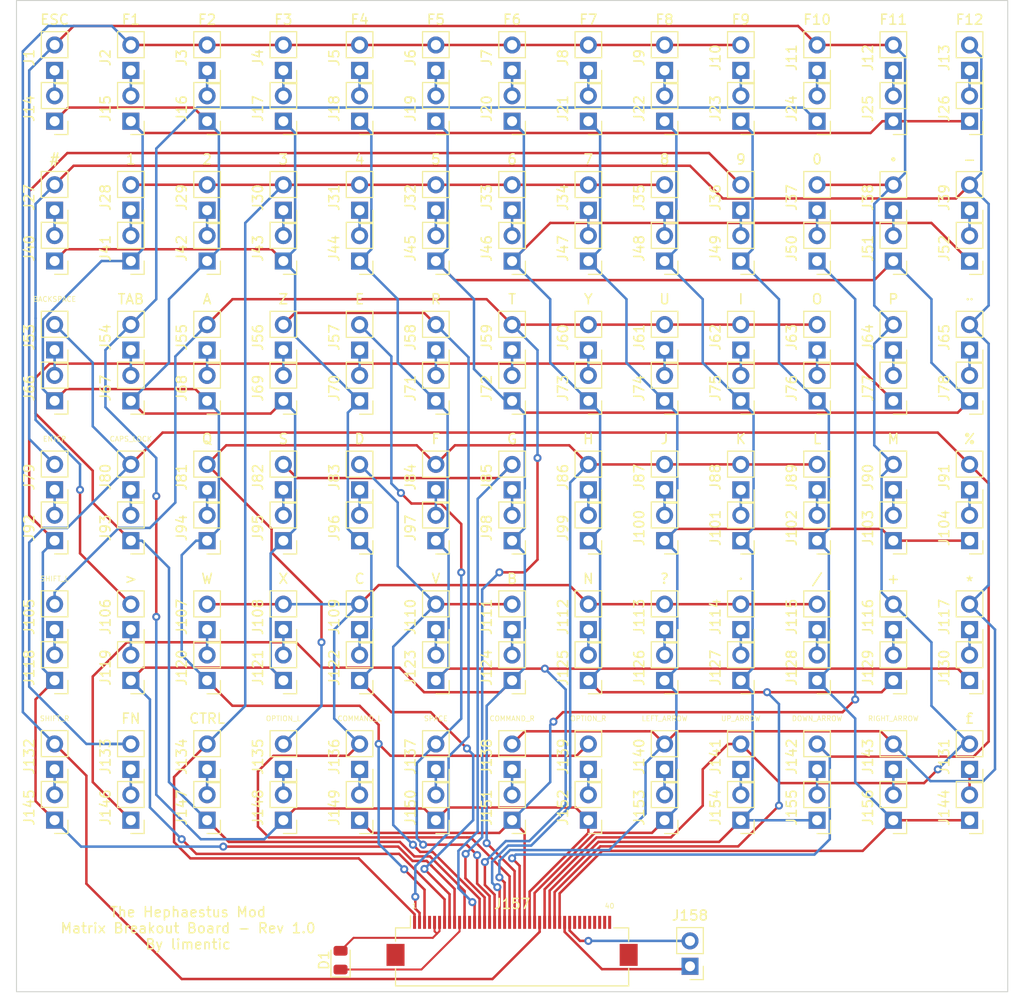
<source format=kicad_pcb>
(kicad_pcb (version 20240108) (generator "pcbnew") (generator_version "8.0")
  (title_block (title "The Hephaestus Mod - Matrix Breakout Board") (date "2024-08-03") (rev "1.0") (company "limentic"))
  (layers (0 "F.Cu" signal) (31 "B.Cu" signal) (34 "B.Paste" user) (35 "F.Paste" user) (36 "B.SilkS" user "B.Silkscreen") (37 "F.SilkS" user "F.Silkscreen") (38 "B.Mask" user) (39 "F.Mask" user) (44 "Edge.Cuts" user))
  (net 0 "")
  (net 1 "CAPS_LOCK_LED-")
  (net 2 "CAPS_LOCK_LED+")
  (net 3 "Net-(J1-Pin_1)")
  (net 4 "Net-(J15-Pin_2)")
  (net 5 "PIN_26 ")
  (net 6 "Net-(J16-Pin_2)")
  (net 7 "Net-(J17-Pin_2)")
  (net 8 "Net-(J18-Pin_2)")
  (net 9 "Net-(J19-Pin_2)")
  (net 10 "Net-(J20-Pin_2)")
  (net 11 "Net-(J21-Pin_2)")
  (net 12 "Net-(J22-Pin_2)")
  (net 13 "Net-(J10-Pin_1)")
  (net 14 "Net-(J11-Pin_1)")
  (net 15 "PIN_27 ")
  (net 16 "Net-(J12-Pin_1)")
  (net 17 "Net-(J13-Pin_1)")
  (net 18 "PIN_19 ")
  (net 19 "PIN_7 ")
  (net 20 "PIN_3 ")
  (net 21 "PIN_8 ")
  (net 22 "PIN_17 ")
  (net 23 "PIN_21 ")
  (net 24 "PIN_29 ")
  (net 25 "PIN_25 ")
  (net 26 "PIN_28 ")
  (net 27 "PIN_30 ")
  (net 28 "PIN_24 ")
  (net 29 "Net-(J27-Pin_1)")
  (net 30 "Net-(J28-Pin_1)")
  (net 31 "PIN_1 ")
  (net 32 "Net-(J29-Pin_1)")
  (net 33 "Net-(J30-Pin_1)")
  (net 34 "Net-(J31-Pin_1)")
  (net 35 "Net-(J32-Pin_1)")
  (net 36 "Net-(J33-Pin_1)")
  (net 37 "Net-(J34-Pin_1)")
  (net 38 "Net-(J35-Pin_1)")
  (net 39 "Net-(J36-Pin_1)")
  (net 40 "PIN_9 ")
  (net 41 "Net-(J37-Pin_1)")
  (net 42 "Net-(J38-Pin_1)")
  (net 43 "Net-(J39-Pin_1)")
  (net 44 "PIN_23 ")
  (net 45 "Net-(J53-Pin_1)")
  (net 46 "PIN_22 ")
  (net 47 "Net-(J54-Pin_1)")
  (net 48 "Net-(J55-Pin_1)")
  (net 49 "PIN_15 ")
  (net 50 "Net-(J56-Pin_1)")
  (net 51 "PIN_2 ")
  (net 52 "Net-(J57-Pin_1)")
  (net 53 "PIN_16 ")
  (net 54 "Net-(J58-Pin_1)")
  (net 55 "Net-(J59-Pin_1)")
  (net 56 "Net-(J60-Pin_1)")
  (net 57 "Net-(J61-Pin_1)")
  (net 58 "Net-(J62-Pin_1)")
  (net 59 "Net-(J63-Pin_1)")
  (net 60 "Net-(J64-Pin_1)")
  (net 61 "Net-(J65-Pin_1)")
  (net 62 "PIN_11 ")
  (net 63 "Net-(J79-Pin_1)")
  (net 64 "Net-(J80-Pin_1)")
  (net 65 "Net-(J81-Pin_1)")
  (net 66 "PIN_18 ")
  (net 67 "Net-(J82-Pin_1)")
  (net 68 "PIN_13 ")
  (net 69 "Net-(J83-Pin_1)")
  (net 70 "PIN_14 ")
  (net 71 "Net-(J84-Pin_1)")
  (net 72 "Net-(J85-Pin_1)")
  (net 73 "Net-(J86-Pin_1)")
  (net 74 "Net-(J100-Pin_2)")
  (net 75 "Net-(J101-Pin_2)")
  (net 76 "Net-(J102-Pin_2)")
  (net 77 "Net-(J103-Pin_2)")
  (net 78 "Net-(J104-Pin_2)")
  (net 79 "Net-(J105-Pin_1)")
  (net 80 "Net-(J106-Pin_1)")
  (net 81 "Net-(J107-Pin_1)")
  (net 82 "PIN_20 ")
  (net 83 "Net-(J108-Pin_1)")
  (net 84 "Net-(J109-Pin_1)")
  (net 85 "Net-(J110-Pin_1)")
  (net 86 "Net-(J111-Pin_1)")
  (net 87 "Net-(J112-Pin_1)")
  (net 88 "Net-(J113-Pin_1)")
  (net 89 "Net-(J114-Pin_1)")
  (net 90 "Net-(J115-Pin_1)")
  (net 91 "Net-(J116-Pin_1)")
  (net 92 "Net-(J117-Pin_1)")
  (net 93 "Net-(J131-Pin_1)")
  (net 94 "Net-(J132-Pin_1)")
  (net 95 "Net-(J133-Pin_1)")
  (net 96 "Net-(J134-Pin_1)")
  (net 97 "Net-(J135-Pin_1)")
  (net 98 "Net-(J136-Pin_1)")
  (net 99 "Net-(J137-Pin_1)")
  (net 100 "Net-(J138-Pin_1)")
  (net 101 "Net-(J139-Pin_1)")
  (net 102 "Net-(J140-Pin_1)")
  (net 103 "Net-(J141-Pin_1)")
  (net 104 "Net-(J142-Pin_1)")
  (net 105 "Net-(J143-Pin_1)")
  (net 107 "PWR_1 ")
  (net 108 "PWR_2 ")
  (footprint "Connector_PinHeader_2.54mm:PinHeader_1x02_P2.54mm_Vertical" (layer "F.Cu") (at 189.865 94.62 180)
    (property "Reference" "J90")
    (property "Value" "Diode_header")
  )
  (footprint "Connector_PinHeader_2.54mm:PinHeader_1x02_P2.54mm_Vertical" (layer "F.Cu") (at 128.905 85.73 180)
    (property "Reference" "J69")
    (property "Value" "Button_header")
  )
  (footprint "Connector_PinHeader_2.54mm:PinHeader_1x02_P2.54mm_Vertical" (layer "F.Cu") (at 144.145 99.705 180)
    (property "Reference" "J97")
    (property "Value" "Button_header")
  )
  (footprint "Connector_PinHeader_2.54mm:PinHeader_1x02_P2.54mm_Vertical" (layer "F.Cu") (at 113.665 66.675 180)
    (property "Reference" "J28")
    (property "Value" "Diode_header")
  )
  (footprint "Connector_FFC-FPC:Hirose_FH12-40S-0.5SH_1x40-1MP_P0.50mm_Horizontal" (layer "F.Cu") (at 151.765 139.7)
    (property "Reference" "J157")
    (property "Value" "Conn_01x40_Female")
  )
  (footprint "Connector_PinHeader_2.54mm:PinHeader_1x02_P2.54mm_Vertical" (layer "F.Cu") (at 182.245 80.65 180)
    (property "Reference" "J63")
    (property "Value" "Diode_header")
  )
  (footprint "Connector_PinHeader_2.54mm:PinHeader_1x02_P2.54mm_Vertical" (layer "F.Cu") (at 121.285 94.625 180)
    (property "Reference" "J81")
    (property "Value" "Diode_header")
  )
  (footprint "Connector_PinHeader_2.54mm:PinHeader_1x02_P2.54mm_Vertical" (layer "F.Cu") (at 174.625 71.76 180)
    (property "Reference" "J49")
    (property "Value" "Button_header")
  )
  (footprint "Connector_PinHeader_2.54mm:PinHeader_1x02_P2.54mm_Vertical" (layer "F.Cu") (at 167.005 57.785 180)
    (property "Reference" "J22")
    (property "Value" "Button_header")
  )
  (footprint "Connector_PinHeader_2.54mm:PinHeader_1x02_P2.54mm_Vertical" (layer "F.Cu") (at 106.045 113.665 180)
    (property "Reference" "J118")
    (property "Value" "Button_header")
  )
  (footprint "Connector_PinHeader_2.54mm:PinHeader_1x02_P2.54mm_Vertical" (layer "F.Cu") (at 189.865 122.56 180)
    (property "Reference" "J143")
    (property "Value" "Diode_header")
  )
  (footprint "Connector_PinHeader_2.54mm:PinHeader_1x02_P2.54mm_Vertical" (layer "F.Cu") (at 189.865 108.595 180)
    (property "Reference" "J116")
    (property "Value" "Diode_header")
  )
  (footprint "Connector_PinHeader_2.54mm:PinHeader_1x02_P2.54mm_Vertical" (layer "F.Cu") (at 182.245 66.68 180)
    (property "Reference" "J37")
    (property "Value" "Diode_header")
  )
  (footprint "Connector_PinHeader_2.54mm:PinHeader_1x02_P2.54mm_Vertical" (layer "F.Cu") (at 136.525 113.675 180)
    (property "Reference" "J122")
    (property "Value" "Button_header")
  )
  (footprint "Connector_PinHeader_2.54mm:PinHeader_1x02_P2.54mm_Vertical" (layer "F.Cu") (at 121.285 85.73 180)
    (property "Reference" "J68")
    (property "Value" "Button_header")
  )
  (footprint "Connector_PinHeader_2.54mm:PinHeader_1x02_P2.54mm_Vertical" (layer "F.Cu") (at 197.485 80.65 180)
    (property "Reference" "J65")
    (property "Value" "Diode_header")
  )
  (footprint "Connector_PinHeader_2.54mm:PinHeader_1x02_P2.54mm_Vertical" (layer "F.Cu") (at 106.045 66.675 180)
    (property "Reference" "J27")
    (property "Value" "Diode_header")
  )
  (footprint "Connector_PinHeader_2.54mm:PinHeader_1x02_P2.54mm_Vertical" (layer "F.Cu") (at 182.245 99.705 180)
    (property "Reference" "J102")
    (property "Value" "Button_header")
  )
  (footprint "Connector_PinHeader_2.54mm:PinHeader_1x02_P2.54mm_Vertical" (layer "F.Cu") (at 106.045 57.785 180)
    (property "Reference" "J14")
    (property "Value" "Button_header")
  )
  (footprint "Connector_PinHeader_2.54mm:PinHeader_1x02_P2.54mm_Vertical" (layer "F.Cu") (at 151.765 127.64 180)
    (property "Reference" "J151")
    (property "Value" "Button_header")
  )
  (footprint "Connector_PinHeader_2.54mm:PinHeader_1x02_P2.54mm_Vertical" (layer "F.Cu") (at 182.245 108.595 180)
    (property "Reference" "J115")
    (property "Value" "Diode_header")
  )
  (footprint "Connector_PinHeader_2.54mm:PinHeader_1x02_P2.54mm_Vertical" (layer "F.Cu") (at 121.285 108.595 180)
    (property "Reference" "J107")
    (property "Value" "Diode_header")
  )
  (footprint "Connector_PinHeader_2.54mm:PinHeader_1x02_P2.54mm_Vertical" (layer "F.Cu") (at 182.245 71.76 180)
    (property "Reference" "J50")
    (property "Value" "Button_header")
  )
  (footprint "Connector_PinHeader_2.54mm:PinHeader_1x02_P2.54mm_Vertical" (layer "F.Cu") (at 121.285 66.68 180)
    (property "Reference" "J29")
    (property "Value" "Diode_header")
  )
  (footprint "Connector_PinHeader_2.54mm:PinHeader_1x02_P2.54mm_Vertical" (layer "F.Cu") (at 113.665 71.755 180)
    (property "Reference" "J41")
    (property "Value" "Button_header")
  )
  (footprint "Connector_PinHeader_2.54mm:PinHeader_1x02_P2.54mm_Vertical" (layer "F.Cu") (at 189.865 127.645 180)
    (property "Reference" "J156")
    (property "Value" "Button_header")
  )
  (footprint "Connector_PinHeader_2.54mm:PinHeader_1x02_P2.54mm_Vertical" (layer "F.Cu") (at 159.385 122.56 180)
    (property "Reference" "J139")
    (property "Value" "Diode_header")
  )
  (footprint "Connector_PinHeader_2.54mm:PinHeader_1x02_P2.54mm_Vertical" (layer "F.Cu") (at 182.245 127.645 180)
    (property "Reference" "J155")
    (property "Value" "Button_header")
  )
  (footprint "Connector_PinHeader_2.54mm:PinHeader_1x02_P2.54mm_Vertical" (layer "F.Cu") (at 159.385 52.705 180)
    (property "Reference" "J8")
    (property "Value" "Diode_header")
  )
  (footprint "Connector_PinHeader_2.54mm:PinHeader_1x02_P2.54mm_Vertical" (layer "F.Cu") (at 121.285 80.655 180)
    (property "Reference" "J55")
    (property "Value" "Diode_header")
  )
  (footprint "Connector_PinHeader_2.54mm:PinHeader_1x02_P2.54mm_Vertical" (layer "F.Cu") (at 174.625 66.68 180)
    (property "Reference" "J36")
    (property "Value" "Diode_header")
  )
  (footprint "Connector_PinHeader_2.54mm:PinHeader_1x02_P2.54mm_Vertical" (layer "F.Cu") (at 182.245 85.73 180)
    (property "Reference" "J76")
    (property "Value" "Button_header")
  )
  (footprint "Connector_PinHeader_2.54mm:PinHeader_1x02_P2.54mm_Vertical" (layer "F.Cu") (at 121.285 122.56 180)
    (property "Reference" "J134")
    (property "Value" "Diode_header")
  )
  (footprint "Connector_PinHeader_2.54mm:PinHeader_1x02_P2.54mm_Vertical" (layer "F.Cu") (at 159.385 127.64 180)
    (property "Reference" "J152")
    (property "Value" "Button_header")
  )
  (footprint "Connector_PinHeader_2.54mm:PinHeader_1x02_P2.54mm_Vertical" (layer "F.Cu") (at 189.865 57.785 180)
    (property "Reference" "J25")
    (property "Value" "Button_header")
  )
  (footprint "Connector_PinHeader_2.54mm:PinHeader_1x02_P2.54mm_Vertical" (layer "F.Cu") (at 159.385 57.785 180)
    (property "Reference" "J21")
    (property "Value" "Button_header")
  )
  (footprint "Connector_PinHeader_2.54mm:PinHeader_1x02_P2.54mm_Vertical" (layer "F.Cu") (at 136.525 122.56 180)
    (property "Reference" "J136")
    (property "Value" "Diode_header")
  )
  (footprint "Connector_PinHeader_2.54mm:PinHeader_1x02_P2.54mm_Vertical" (layer "F.Cu") (at 174.625 99.705 180)
    (property "Reference" "J101")
    (property "Value" "Button_header")
  )
  (footprint "Connector_PinHeader_2.54mm:PinHeader_1x02_P2.54mm_Vertical" (layer "F.Cu") (at 144.145 80.65 180)
    (property "Reference" "J58")
    (property "Value" "Diode_header")
  )
  (footprint "Connector_PinHeader_2.54mm:PinHeader_1x02_P2.54mm_Vertical" (layer "F.Cu") (at 189.865 66.685 180)
    (property "Reference" "J38")
    (property "Value" "Diode_header")
  )
  (footprint "Connector_PinHeader_2.54mm:PinHeader_1x02_P2.54mm_Vertical" (layer "F.Cu") (at 136.525 127.645 180)
    (property "Reference" "J149")
    (property "Value" "Button_header")
  )
  (footprint "Connector_PinHeader_2.54mm:PinHeader_1x02_P2.54mm_Vertical" (layer "F.Cu") (at 182.245 94.62 180)
    (property "Reference" "J89")
    (property "Value" "Diode_header")
  )
  (footprint "Connector_PinHeader_2.54mm:PinHeader_1x02_P2.54mm_Vertical" (layer "F.Cu") (at 197.485 52.705 180)
    (property "Reference" "J13")
    (property "Value" "Diode_header")
  )
  (footprint "Connector_PinHeader_2.54mm:PinHeader_1x02_P2.54mm_Vertical" (layer "F.Cu") (at 136.525 99.705 180)
    (property "Reference" "J96")
    (property "Value" "Button_header")
  )
  (footprint "Connector_PinHeader_2.54mm:PinHeader_1x02_P2.54mm_Vertical" (layer "F.Cu") (at 136.525 57.785 180)
    (property "Reference" "J18")
    (property "Value" "Button_header")
  )
  (footprint "Connector_PinHeader_2.54mm:PinHeader_1x02_P2.54mm_Vertical" (layer "F.Cu") (at 144.145 57.785 180)
    (property "Reference" "J19")
    (property "Value" "Button_header")
  )
  (footprint "Connector_PinHeader_2.54mm:PinHeader_1x02_P2.54mm_Vertical" (layer "F.Cu") (at 136.525 80.655 180)
    (property "Reference" "J57")
    (property "Value" "Diode_header")
  )
  (footprint "Connector_PinHeader_2.54mm:PinHeader_1x02_P2.54mm_Vertical" (layer "F.Cu") (at 106.045 94.615 180)
    (property "Reference" "J79")
    (property "Value" "Diode_header")
  )
  (footprint "Connector_PinHeader_2.54mm:PinHeader_1x02_P2.54mm_Vertical" (layer "F.Cu") (at 136.525 71.76 180)
    (property "Reference" "J44")
    (property "Value" "Button_header")
  )
  (footprint "Connector_PinHeader_2.54mm:PinHeader_1x02_P2.54mm_Vertical" (layer "F.Cu") (at 167.005 66.68 180)
    (property "Reference" "J35")
    (property "Value" "Diode_header")
  )
  (footprint "Connector_PinHeader_2.54mm:PinHeader_1x02_P2.54mm_Vertical" (layer "F.Cu") (at 144.145 71.76 180)
    (property "Reference" "J45")
    (property "Value" "Button_header")
  )
  (footprint "Connector_PinHeader_2.54mm:PinHeader_1x02_P2.54mm_Vertical" (layer "F.Cu") (at 136.525 85.735 180)
    (property "Reference" "J70")
    (property "Value" "Button_header")
  )
  (footprint "Connector_PinHeader_2.54mm:PinHeader_1x02_P2.54mm_Vertical" (layer "F.Cu") (at 113.665 85.73 180)
    (property "Reference" "J67")
    (property "Value" "Button_header")
  )
  (footprint "Connector_PinHeader_2.54mm:PinHeader_1x02_P2.54mm_Vertical" (layer "F.Cu") (at 106.045 108.585 180)
    (property "Reference" "J105")
    (property "Value" "Diode_header")
  )
  (footprint "Connector_PinHeader_2.54mm:PinHeader_1x02_P2.54mm_Vertical" (layer "F.Cu") (at 159.385 71.76 180)
    (property "Reference" "J47")
    (property "Value" "Button_header")
  )
  (footprint "Connector_PinHeader_2.54mm:PinHeader_1x02_P2.54mm_Vertical" (layer "F.Cu") (at 197.485 127.645 180)
    (property "Reference" "J144")
    (property "Value" "Button_header")
  )
  (footprint "Connector_PinHeader_2.54mm:PinHeader_1x02_P2.54mm_Vertical" (layer "F.Cu") (at 144.145 94.62 180)
    (property "Reference" "J84")
    (property "Value" "Diode_header")
  )
  (footprint "Connector_PinHeader_2.54mm:PinHeader_1x02_P2.54mm_Vertical" (layer "F.Cu") (at 189.865 52.705 180)
    (property "Reference" "J12")
    (property "Value" "Diode_header")
  )
  (footprint "Connector_PinHeader_2.54mm:PinHeader_1x02_P2.54mm_Vertical" (layer "F.Cu") (at 197.485 57.785 180)
    (property "Reference" "J26")
    (property "Value" "Button_header")
  )
  (footprint "Connector_PinHeader_2.54mm:PinHeader_1x02_P2.54mm_Vertical" (layer "F.Cu") (at 121.285 113.675 180)
    (property "Reference" "J120")
    (property "Value" "Button_header")
  )
  (footprint "Connector_PinHeader_2.54mm:PinHeader_1x02_P2.54mm_Vertical" (layer "F.Cu") (at 197.485 66.685 180)
    (property "Reference" "J39")
    (property "Value" "Diode_header")
  )
  (footprint "Connector_PinHeader_2.54mm:PinHeader_1x02_P2.54mm_Vertical" (layer "F.Cu") (at 174.625 80.65 180)
    (property "Reference" "J62")
    (property "Value" "Diode_header")
  )
  (footprint "Connector_PinHeader_2.54mm:PinHeader_1x02_P2.54mm_Vertical" (layer "F.Cu") (at 182.245 122.56 180)
    (property "Reference" "J142")
    (property "Value" "Diode_header")
  )
  (footprint "Connector_PinHeader_2.54mm:PinHeader_1x02_P2.54mm_Vertical" (layer "F.Cu") (at 159.385 108.59 180)
    (property "Reference" "J112")
    (property "Value" "Diode_header")
  )
  (footprint "Connector_PinHeader_2.54mm:PinHeader_1x02_P2.54mm_Vertical" (layer "F.Cu") (at 128.905 122.565 180)
    (property "Reference" "J135")
    (property "Value" "Diode_header")
  )
  (footprint "Connector_PinHeader_2.54mm:PinHeader_1x02_P2.54mm_Vertical" (layer "F.Cu") (at 144.145 108.59 180)
    (property "Reference" "J110")
    (property "Value" "Diode_header")
  )
  (footprint "Connector_PinHeader_2.54mm:PinHeader_1x02_P2.54mm_Vertical" (layer "F.Cu") (at 167.005 94.62 180)
    (property "Reference" "J87")
    (property "Value" "Diode_header")
  )
  (footprint "Connector_PinHeader_2.54mm:PinHeader_1x02_P2.54mm_Vertical" (layer "F.Cu") (at 197.485 99.7 180)
    (property "Reference" "J104")
    (property "Value" "Button_header")
  )
  (footprint "Connector_PinHeader_2.54mm:PinHeader_1x02_P2.54mm_Vertical" (layer "F.Cu") (at 128.905 99.705 180)
    (property "Reference" "J95")
    (property "Value" "Button_header")
  )
  (footprint "Connector_PinHeader_2.54mm:PinHeader_1x02_P2.54mm_Vertical" (layer "F.Cu") (at 113.665 57.785 180)
    (property "Reference" "J15")
    (property "Value" "Button_header")
  )
  (footprint "Connector_PinHeader_2.54mm:PinHeader_1x02_P2.54mm_Vertical" (layer "F.Cu") (at 189.865 113.675 180)
    (property "Reference" "J129")
    (property "Value" "Button_header")
  )
  (footprint "Connector_PinHeader_2.54mm:PinHeader_1x02_P2.54mm_Vertical" (layer "F.Cu") (at 197.485 108.59 180)
    (property "Reference" "J117")
    (property "Value" "Diode_header")
  )
  (footprint "Connector_PinHeader_2.54mm:PinHeader_1x02_P2.54mm_Vertical" (layer "F.Cu") (at 197.485 94.625 180)
    (property "Reference" "J91")
    (property "Value" "Diode_header")
  )
  (footprint "Connector_PinHeader_2.54mm:PinHeader_1x02_P2.54mm_Vertical" (layer "F.Cu") (at 106.045 127.635 180)
    (property "Reference" "J145")
    (property "Value" "Button_header")
  )
  (footprint "Connector_PinHeader_2.54mm:PinHeader_1x02_P2.54mm_Vertical" (layer "F.Cu") (at 151.765 66.68 180)
    (property "Reference" "J33")
    (property "Value" "Diode_header")
  )
  (footprint "Connector_PinHeader_2.54mm:PinHeader_1x02_P2.54mm_Vertical" (layer "F.Cu") (at 167.005 108.59 180)
    (property "Reference" "J113")
    (property "Value" "Diode_header")
  )
  (footprint "Connector_PinHeader_2.54mm:PinHeader_1x02_P2.54mm_Vertical" (layer "F.Cu") (at 189.865 71.76 180)
    (property "Reference" "J51")
    (property "Value" "Button_header")
  )
  (footprint "LED_SMD:LED_0805_2012Metric" (layer "F.Cu") (at 134.62 141.627939 90)
    (property "Reference" "D1")
    (property "Value" "LED_Small")
  )
  (footprint "Connector_PinHeader_2.54mm:PinHeader_1x02_P2.54mm_Vertical" (layer "F.Cu") (at 174.625 108.59 180)
    (property "Reference" "J114")
    (property "Value" "Diode_header")
  )
  (footprint "Connector_PinHeader_2.54mm:PinHeader_1x02_P2.54mm_Vertical" (layer "F.Cu") (at 174.625 122.565 180)
    (property "Reference" "J141")
    (property "Value" "Diode_header")
  )
  (footprint "Connector_PinHeader_2.54mm:PinHeader_1x02_P2.54mm_Vertical" (layer "F.Cu") (at 174.625 52.705 180)
    (property "Reference" "J10")
    (property "Value" "Diode_header")
  )
  (footprint "Connector_PinHeader_2.54mm:PinHeader_1x02_P2.54mm_Vertical" (layer "F.Cu") (at 159.385 94.625 180)
    (property "Reference" "J86")
    (property "Value" "Diode_header")
  )
  (footprint "Connector_PinHeader_2.54mm:PinHeader_1x02_P2.54mm_Vertical" (layer "F.Cu") (at 136.525 94.625 180)
    (property "Reference" "J83")
    (property "Value" "Diode_header")
  )
  (footprint "Connector_PinHeader_2.54mm:PinHeader_1x02_P2.54mm_Vertical" (layer "F.Cu") (at 106.045 80.645 180)
    (property "Reference" "J53")
    (property "Value" "Diode_header")
  )
  (footprint "Connector_PinHeader_2.54mm:PinHeader_1x02_P2.54mm_Vertical" (layer "F.Cu") (at 128.905 94.62 180)
    (property "Reference" "J82")
    (property "Value" "Diode_header")
  )
  (footprint "Connector_PinHeader_2.54mm:PinHeader_1x02_P2.54mm_Vertical" (layer "F.Cu") (at 128.905 57.785 180)
    (property "Reference" "J17")
    (property "Value" "Button_header")
  )
  (footprint "Connector_PinHeader_2.54mm:PinHeader_1x02_P2.54mm_Vertical" (layer "F.Cu") (at 113.665 127.64 180)
    (property "Reference" "J146")
    (property "Value" "Button_header")
  )
  (footprint "Connector_PinHeader_2.54mm:PinHeader_1x02_P2.54mm_Vertical" (layer "F.Cu") (at 167.005 52.705 180)
    (property "Reference" "J9")
    (property "Value" "Diode_header")
  )
  (footprint "Connector_PinHeader_2.54mm:PinHeader_1x02_P2.54mm_Vertical" (layer "F.Cu") (at 167.005 122.565 180)
    (property "Reference" "J140")
    (property "Value" "Diode_header")
  )
  (footprint "Connector_PinHeader_2.54mm:PinHeader_1x02_P2.54mm_Vertical" (layer "F.Cu") (at 113.665 113.67 180)
    (property "Reference" "J119")
    (property "Value" "Button_header")
  )
  (footprint "Connector_PinHeader_2.54mm:PinHeader_1x02_P2.54mm_Vertical" (layer "F.Cu") (at 189.865 80.655 180)
    (property "Reference" "J64")
    (property "Value" "Diode_header")
  )
  (footprint "Connector_PinHeader_2.54mm:PinHeader_1x02_P2.54mm_Vertical" (layer "F.Cu") (at 121.285 99.705 180)
    (property "Reference" "J94")
    (property "Value" "Button_header")
  )
  (footprint "Connector_PinHeader_2.54mm:PinHeader_1x02_P2.54mm_Vertical" (layer "F.Cu") (at 159.385 113.675 180)
    (property "Reference" "J125")
    (property "Value" "Button_header")
  )
  (footprint "Connector_PinHeader_2.54mm:PinHeader_1x02_P2.54mm_Vertical" (layer "F.Cu") (at 113.665 52.705 180)
    (property "Reference" "J2")
    (property "Value" "Diode_header")
  )
  (footprint "Connector_PinHeader_2.54mm:PinHeader_1x02_P2.54mm_Vertical" (layer "F.Cu") (at 151.765 113.675 180)
    (property "Reference" "J124")
    (property "Value" "Button_header")
  )
  (footprint "Connector_PinHeader_2.54mm:PinHeader_1x02_P2.54mm_Vertical" (layer "F.Cu") (at 121.285 127.64 180)
    (property "Reference" "J147")
    (property "Value" "Button_header")
  )
  (footprint "Connector_PinHeader_2.54mm:PinHeader_1x02_P2.54mm_Vertical" (layer "F.Cu") (at 128.905 127.64 180)
    (property "Reference" "J148")
    (property "Value" "Button_header")
  )
  (footprint "Connector_PinHeader_2.54mm:PinHeader_1x02_P2.54mm_Vertical" (layer "F.Cu") (at 144.145 127.645 180)
    (property "Reference" "J150")
    (property "Value" "Button_header")
  )
  (footprint "Connector_PinHeader_2.54mm:PinHeader_1x02_P2.54mm_Vertical" (layer "F.Cu") (at 113.665 99.7 180)
    (property "Reference" "J93")
    (property "Value" "Button_header")
  )
  (footprint "Connector_PinHeader_2.54mm:PinHeader_1x02_P2.54mm_Vertical" (layer "F.Cu") (at 128.905 66.68 180)
    (property "Reference" "J30")
    (property "Value" "Diode_header")
  )
  (footprint "Connector_PinHeader_2.54mm:PinHeader_1x02_P2.54mm_Vertical" (layer "F.Cu") (at 121.285 52.705 180)
    (property "Reference" "J3")
    (property "Value" "Diode_header")
  )
  (footprint "Connector_PinHeader_2.54mm:PinHeader_1x02_P2.54mm_Vertical" (layer "F.Cu") (at 106.045 52.705 180)
    (property "Reference" "J1")
    (property "Value" "Diode_header")
  )
  (footprint "Connector_PinHeader_2.54mm:PinHeader_1x02_P2.54mm_Vertical" (layer "F.Cu") (at 144.145 122.565 180)
    (property "Reference" "J137")
    (property "Value" "Diode_header")
  )
  (footprint "Connector_PinHeader_2.54mm:PinHeader_1x02_P2.54mm_Vertical" (layer "F.Cu") (at 197.485 71.765 180)
    (property "Reference" "J52")
    (property "Value" "Button_header")
  )
  (footprint "Connector_PinHeader_2.54mm:PinHeader_1x02_P2.54mm_Vertical" (layer "F.Cu") (at 182.245 52.705 180)
    (property "Reference" "J11")
    (property "Value" "Diode_header")
  )
  (footprint "Connector_PinHeader_2.54mm:PinHeader_1x02_P2.54mm_Vertical" (layer "F.Cu") (at 113.665 80.65 180)
    (property "Reference" "J54")
    (property "Value" "Diode_header")
  )
  (footprint "Connector_PinHeader_2.54mm:PinHeader_1x02_P2.54mm_Vertical" (layer "F.Cu") (at 151.765 80.655 180)
    (property "Reference" "J59")
    (property "Value" "Diode_header")
  )
  (footprint "Connector_PinHeader_2.54mm:PinHeader_1x02_P2.54mm_Vertical" (layer "F.Cu") (at 167.005 85.735 180)
    (property "Reference" "J74")
    (property "Value" "Button_header")
  )
  (footprint "Connector_PinHeader_2.54mm:PinHeader_1x02_P2.54mm_Vertical" (layer "F.Cu") (at 151.765 108.59 180)
    (property "Reference" "J111")
    (property "Value" "Diode_header")
  )
  (footprint "Connector_PinHeader_2.54mm:PinHeader_1x02_P2.54mm_Vertical" (layer "F.Cu") (at 144.145 113.675 180)
    (property "Reference" "J123")
    (property "Value" "Button_header")
  )
  (footprint "Connector_PinHeader_2.54mm:PinHeader_1x02_P2.54mm_Vertical" (layer "F.Cu") (at 151.765 99.705 180)
    (property "Reference" "J98")
    (property "Value" "Button_header")
  )
  (footprint "Connector_PinHeader_2.54mm:PinHeader_1x02_P2.54mm_Vertical" (layer "F.Cu") (at 151.765 57.785 180)
    (property "Reference" "J20")
    (property "Value" "Button_header")
  )
  (footprint "Connector_PinHeader_2.54mm:PinHeader_1x02_P2.54mm_Vertical" (layer "F.Cu") (at 128.905 80.655 180)
    (property "Reference" "J56")
    (property "Value" "Diode_header")
  )
  (footprint "Connector_PinHeader_2.54mm:PinHeader_1x02_P2.54mm_Vertical" (layer "F.Cu") (at 136.525 108.595 180)
    (property "Reference" "J109")
    (property "Value" "Diode_header")
  )
  (footprint "Connector_PinHeader_2.54mm:PinHeader_1x02_P2.54mm_Vertical" (layer "F.Cu") (at 151.765 122.565 180)
    (property "Reference" "J138")
    (property "Value" "Diode_header")
  )
  (footprint "Connector_PinHeader_2.54mm:PinHeader_1x02_P2.54mm_Vertical" (layer "F.Cu") (at 174.625 113.67 180)
    (property "Reference" "J127")
    (property "Value" "Button_header")
  )
  (footprint "Connector_PinHeader_2.54mm:PinHeader_1x02_P2.54mm_Vertical" (layer "F.Cu") (at 174.625 127.64 180)
    (property "Reference" "J154")
    (property "Value" "Button_header")
  )
  (footprint "Connector_PinHeader_2.54mm:PinHeader_1x02_P2.54mm_Vertical" (layer "F.Cu") (at 189.865 85.735 180)
    (property "Reference" "J77")
    (property "Value" "Button_header")
  )
  (footprint "Connector_PinHeader_2.54mm:PinHeader_1x02_P2.54mm_Vertical" (layer "F.Cu") (at 169.545 142.24 180)
    (property "Reference" "J158")
    (property "Value" "Conn_01x02")
  )
  (footprint "Connector_PinHeader_2.54mm:PinHeader_1x02_P2.54mm_Vertical" (layer "F.Cu") (at 167.005 99.7 180)
    (property "Reference" "J100")
    (property "Value" "Button_header")
  )
  (footprint "Connector_PinHeader_2.54mm:PinHeader_1x02_P2.54mm_Vertical" (layer "F.Cu") (at 151.765 94.625 180)
    (property "Reference" "J85")
    (property "Value" "Diode_header")
  )
  (footprint "Connector_PinHeader_2.54mm:PinHeader_1x02_P2.54mm_Vertical" (layer "F.Cu") (at 136.525 52.705 180)
    (property "Reference" "J5")
    (property "Value" "Diode_header")
  )
  (footprint "Connector_PinHeader_2.54mm:PinHeader_1x02_P2.54mm_Vertical" (layer "F.Cu") (at 136.525 66.68 180)
    (property "Reference" "J31")
    (property "Value" "Diode_header")
  )
  (footprint "Connector_PinHeader_2.54mm:PinHeader_1x02_P2.54mm_Vertical" (layer "F.Cu") (at 174.625 57.785 180)
    (property "Reference" "J23")
    (property "Value" "Button_header")
  )
  (footprint "Connector_PinHeader_2.54mm:PinHeader_1x02_P2.54mm_Vertical" (layer "F.Cu") (at 182.245 57.785 180)
    (property "Reference" "J24")
    (property "Value" "Button_header")
  )
  (footprint "Connector_PinHeader_2.54mm:PinHeader_1x02_P2.54mm_Vertical" (layer "F.Cu") (at 182.245 113.675 180)
    (property "Reference" "J128")
    (property "Value" "Button_header")
  )
  (footprint "Connector_PinHeader_2.54mm:PinHeader_1x02_P2.54mm_Vertical" (layer "F.Cu") (at 174.625 94.625 180)
    (property "Reference" "J88")
    (property "Value" "Diode_header")
  )
  (footprint "Connector_PinHeader_2.54mm:PinHeader_1x02_P2.54mm_Vertical" (layer "F.Cu") (at 144.145 52.705 180)
    (property "Reference" "J6")
    (property "Value" "Diode_header")
  )
  (footprint "Connector_PinHeader_2.54mm:PinHeader_1x02_P2.54mm_Vertical" (layer "F.Cu") (at 167.005 113.675 180)
    (property "Reference" "J126")
    (property "Value" "Button_header")
  )
  (footprint "Connector_PinHeader_2.54mm:PinHeader_1x02_P2.54mm_Vertical" (layer "F.Cu") (at 167.005 71.76 180)
    (property "Reference" "J48")
    (property "Value" "Button_header")
  )
  (footprint "Connector_PinHeader_2.54mm:PinHeader_1x02_P2.54mm_Vertical" (layer "F.Cu") (at 113.665 108.595 180)
    (property "Reference" "J106")
    (property "Value" "Diode_header")
  )
  (footprint "Connector_PinHeader_2.54mm:PinHeader_1x02_P2.54mm_Vertical" (layer "F.Cu") (at 151.765 52.705 180)
    (property "Reference" "J7")
    (property "Value" "Diode_header")
  )
  (footprint "Connector_PinHeader_2.54mm:PinHeader_1x02_P2.54mm_Vertical" (layer "F.Cu") (at 197.485 85.73 180)
    (property "Reference" "J78")
    (property "Value" "Button_header")
  )
  (footprint "Connector_PinHeader_2.54mm:PinHeader_1x02_P2.54mm_Vertical" (layer "F.Cu") (at 197.485 122.56 180)
    (property "Reference" "J131")
    (property "Value" "Diode_header")
  )
  (footprint "Connector_PinHeader_2.54mm:PinHeader_1x02_P2.54mm_Vertical" (layer "F.Cu") (at 106.045 99.7 180)
    (property "Reference" "J92")
    (property "Value" "Button_header")
  )
  (footprint "Connector_PinHeader_2.54mm:PinHeader_1x02_P2.54mm_Vertical" (layer "F.Cu") (at 128.905 52.705 180)
    (property "Reference" "J4")
    (property "Value" "Diode_header")
  )
  (footprint "Connector_PinHeader_2.54mm:PinHeader_1x02_P2.54mm_Vertical" (layer "F.Cu") (at 144.145 66.68 180)
    (property "Reference" "J32")
    (property "Value" "Diode_header")
  )
  (footprint "Connector_PinHeader_2.54mm:PinHeader_1x02_P2.54mm_Vertical" (layer "F.Cu") (at 128.905 71.755 180)
    (property "Reference" "J43")
    (property "Value" "Button_header")
  )
  (footprint "Connector_PinHeader_2.54mm:PinHeader_1x02_P2.54mm_Vertical" (layer "F.Cu") (at 151.765 71.765 180)
    (property "Reference" "J46")
    (property "Value" "Button_header")
  )
  (footprint "Connector_PinHeader_2.54mm:PinHeader_1x02_P2.54mm_Vertical" (layer "F.Cu") (at 113.665 122.56 180)
    (property "Reference" "J133")
    (property "Value" "Diode_header")
  )
  (footprint "Connector_PinHeader_2.54mm:PinHeader_1x02_P2.54mm_Vertical" (layer "F.Cu") (at 113.665 94.62 180)
    (property "Reference" "J80")
    (property "Value" "Diode_header")
  )
  (footprint "Connector_PinHeader_2.54mm:PinHeader_1x02_P2.54mm_Vertical" (layer "F.Cu") (at 167.005 80.65 180)
    (property "Reference" "J61")
    (property "Value" "Diode_header")
  )
  (footprint "Connector_PinHeader_2.54mm:PinHeader_1x02_P2.54mm_Vertical" (layer "F.Cu") (at 174.625 85.735 180)
    (property "Reference" "J75")
    (property "Value" "Button_header")
  )
  (footprint "Connector_PinHeader_2.54mm:PinHeader_1x02_P2.54mm_Vertical" (layer "F.Cu") (at 159.385 66.685 180)
    (property "Reference" "J34")
    (property "Value" "Diode_header")
  )
  (footprint "Connector_PinHeader_2.54mm:PinHeader_1x02_P2.54mm_Vertical" (layer "F.Cu") (at 159.385 80.655 180)
    (property "Reference" "J60")
    (property "Value" "Diode_header")
  )
  (footprint "Connector_PinHeader_2.54mm:PinHeader_1x02_P2.54mm_Vertical" (layer "F.Cu") (at 189.865 99.7 180)
    (property "Reference" "J103")
    (property "Value" "Button_header")
  )
  (footprint "Connector_PinHeader_2.54mm:PinHeader_1x02_P2.54mm_Vertical" (layer "F.Cu") (at 159.385 85.73 180)
    (property "Reference" "J73")
    (property "Value" "Button_header")
  )
  (footprint "Connector_PinHeader_2.54mm:PinHeader_1x02_P2.54mm_Vertical" (layer "F.Cu") (at 151.765 85.735 180)
    (property "Reference" "J72")
    (property "Value" "Button_header")
  )
  (footprint "Connector_PinHeader_2.54mm:PinHeader_1x02_P2.54mm_Vertical" (layer "F.Cu") (at 144.145 85.73 180)
    (property "Reference" "J71")
    (property "Value" "Button_header")
  )
  (footprint "Connector_PinHeader_2.54mm:PinHeader_1x02_P2.54mm_Vertical" (layer "F.Cu") (at 106.045 85.725 180)
    (property "Reference" "J66")
    (property "Value" "Button_header")
  )
  (footprint "Connector_PinHeader_2.54mm:PinHeader_1x02_P2.54mm_Vertical" (layer "F.Cu") (at 197.485 113.67 180)
    (property "Reference" "J130")
    (property "Value" "Button_header")
  )
  (footprint "Connector_PinHeader_2.54mm:PinHeader_1x02_P2.54mm_Vertical" (layer "F.Cu") (at 121.285 57.785 180)
    (property "Reference" "J16")
    (property "Value" "Button_header")
  )
  (footprint "Connector_PinHeader_2.54mm:PinHeader_1x02_P2.54mm_Vertical" (layer "F.Cu") (at 159.385 99.705 180)
    (property "Reference" "J99")
    (property "Value" "Button_header")
  )
  (footprint "Connector_PinHeader_2.54mm:PinHeader_1x02_P2.54mm_Vertical" (layer "F.Cu") (at 106.045 71.755 180)
    (property "Reference" "J40")
    (property "Value" "Button_header")
  )
  (footprint "Connector_PinHeader_2.54mm:PinHeader_1x02_P2.54mm_Vertical" (layer "F.Cu") (at 121.285 71.755 180)
    (property "Reference" "J42")
    (property "Value" "Button_header")
  )
  (footprint "Connector_PinHeader_2.54mm:PinHeader_1x02_P2.54mm_Vertical" (layer "F.Cu") (at 128.905 108.59 180)
    (property "Reference" "J108")
    (property "Value" "Diode_header")
  )
  (footprint "Connector_PinHeader_2.54mm:PinHeader_1x02_P2.54mm_Vertical" (layer "F.Cu") (at 167.005 127.645 180)
    (property "Reference" "J153")
    (property "Value" "Button_header")
  )
  (footprint "Connector_PinHeader_2.54mm:PinHeader_1x02_P2.54mm_Vertical" (layer "F.Cu") (at 128.905 113.67 180)
    (property "Reference" "J121")
    (property "Value" "Button_header")
  )
  (footprint "Connector_PinHeader_2.54mm:PinHeader_1x02_P2.54mm_Vertical" (layer "F.Cu") (at 106.045 122.555 180)
    (property "Reference" "J132")
    (property "Value" "Diode_header")
  )
  (gr_rect (start 102.235 45.72) (end 201.295 144.78) (stroke (width 0.1)) (fill none) (layer "Edge.Cuts"))
  (gr_text ">" (at 113.665 103.51 0) (layer "F.SilkS") (effects (font (size 1 1))))
  (gr_text "H" (at 159.385 89.54 0) (layer "F.SilkS") (effects (font (size 1 1))))
  (gr_text "?" (at 167.005 103.51 0) (layer "F.SilkS") (effects (font (size 1 1))))
  (gr_text "K" (at 174.625 89.54 0) (layer "F.SilkS") (effects (font (size 1 1))))
  (gr_text "1" (at 113.665 61.6 0) (layer "F.SilkS") (effects (font (size 1 1))))
  (gr_text "£" (at 197.485 117.48 0) (layer "F.SilkS") (effects (font (size 1 1))))
  (gr_text "4" (at 136.525 61.6 0) (layer "F.SilkS") (effects (font (size 1 1))))
  (gr_text "1" (at 142.005954 136.203878 0) (layer "F.SilkS") (effects (font (size 0.5 0.5) (thickness 0.07))))
  (gr_text "F5" (at 144.145 47.63 0) (layer "F.SilkS") (effects (font (size 1 1))))
  (gr_text "I" (at 174.625 75.57 0) (layer "F.SilkS") (effects (font (size 1 1))))
  (gr_text "B" (at 151.765 103.51 0) (layer "F.SilkS") (effects (font (size 1 1))))
  (gr_text "°" (at 189.865 61.192659 180) (layer "F.SilkS") (effects (font (size 1 1))))
  (gr_text "F12" (at 197.485 47.63 0) (layer "F.SilkS") (effects (font (size 1 1))))
  (gr_text "SHIFT_L" (at 106.045 103.51 0) (layer "F.SilkS") (effects (font (size 0.5 0.5) (thickness 0.07))))
  (gr_text "BACKSPACE" (at 106.045 75.57 0) (layer "F.SilkS") (effects (font (size 0.5 0.5) (thickness 0.07))))
  (gr_text "Q" (at 121.285 89.54 0) (layer "F.SilkS") (effects (font (size 1 1))))
  (gr_text "40" (at 161.505457 136.211673 0) (layer "F.SilkS") (effects (font (size 0.5 0.5) (thickness 0.07))))
  (gr_text "3" (at 128.905 61.6 0) (layer "F.SilkS") (effects (font (size 1 1))))
  (gr_text "ESC" (at 106.045 47.63 0) (layer "F.SilkS") (effects (font (size 1 1))))
  (gr_text "J" (at 167.005 89.54 0) (layer "F.SilkS") (effects (font (size 1 1))))
  (gr_text "¨" (at 197.48826 76.0704 0) (layer "F.SilkS") (effects (font (size 1 1))))
  (gr_text "+" (at 189.865 103.51 0) (layer "F.SilkS") (effects (font (size 1 1))))
  (gr_text "E" (at 136.525 75.57 0) (layer "F.SilkS") (effects (font (size 1 1))))
  (gr_text "F4" (at 136.525 47.63 0) (layer "F.SilkS") (effects (font (size 1 1))))
  (gr_text "S" (at 128.905 89.54 0) (layer "F.SilkS") (effects (font (size 1 1))))
  (gr_text "F2" (at 121.285 47.63 0) (layer "F.SilkS") (effects (font (size 1 1))))
  (gr_text "R" (at 144.145 75.57 0) (layer "F.SilkS") (effects (font (size 1 1))))
  (gr_text "F1" (at 113.665 47.63 0) (layer "F.SilkS") (effects (font (size 1 1))))
  (gr_text "8" (at 167.005 61.6 0) (layer "F.SilkS") (effects (font (size 1 1))))
  (gr_text "D" (at 136.525 89.54 0) (layer "F.SilkS") (effects (font (size 1 1))))
  (gr_text "X" (at 128.905 103.51 0) (layer "F.SilkS") (effects (font (size 1 1))))
  (gr_text "9" (at 174.625 61.6 0) (layer "F.SilkS") (effects (font (size 1 1))))
  (gr_text "SPACE" (at 144.145 117.48 0) (layer "F.SilkS") (effects (font (size 0.5 0.5) (thickness 0.07))))
  (gr_text "7" (at 159.385 61.6 0) (layer "F.SilkS") (effects (font (size 1 1))))
  (gr_text "RIGHT_ARROW" (at 189.865 117.48 0) (layer "F.SilkS") (effects (font (size 0.5 0.5) (thickness 0.07))))
  (gr_text "UP_ARROW" (at 174.625 117.48 0) (layer "F.SilkS") (effects (font (size 0.5 0.5) (thickness 0.07))))
  (gr_text "SHIFT_R" (at 106.045 117.48 0) (layer "F.SilkS") (effects (font (size 0.5 0.5) (thickness 0.07))))
  (gr_text "#" (at 106.045 61.6 0) (layer "F.SilkS") (effects (font (size 1 1))))
  (gr_text "L" (at 182.245 89.54 0) (layer "F.SilkS") (effects (font (size 1 1))))
  (gr_text "P" (at 189.865 75.57 0) (layer "F.SilkS") (effects (font (size 1 1))))
  (gr_text "Y" (at 159.385 75.57 0) (layer "F.SilkS") (effects (font (size 1 1))))
  (gr_text "OPTION_L" (at 128.905 117.48 0) (layer "F.SilkS") (effects (font (size 0.5 0.5) (thickness 0.07))))
  (gr_text "N" (at 159.385 103.51 0) (layer "F.SilkS") (effects (font (size 1 1))))
  (gr_text "V" (at 144.145 103.51 0) (layer "F.SilkS") (effects (font (size 1 1))))
  (gr_text "6" (at 151.765 61.6 0) (layer "F.SilkS") (effects (font (size 1 1))))
  (gr_text "0" (at 182.245 61.6 0) (layer "F.SilkS") (effects (font (size 1 1))))
  (gr_text "F" (at 144.145 89.54 0) (layer "F.SilkS") (effects (font (size 1 1))))
  (gr_text "T" (at 151.765 75.57 0) (layer "F.SilkS") (effects (font (size 1 1))))
  (gr_text "U" (at 167.005 75.57 0) (layer "F.SilkS") (effects (font (size 1 1))))
  (gr_text "G" (at 151.765 89.54 0) (layer "F.SilkS") (effects (font (size 1 1))))
  (gr_text "F10" (at 182.245 47.63 0) (layer "F.SilkS") (effects (font (size 1 1))))
  (gr_text "F9" (at 174.625 47.63 0) (layer "F.SilkS") (effects (font (size 1 1))))
  (gr_text "M" (at 189.865 89.54 0) (layer "F.SilkS") (effects (font (size 1 1))))
  (gr_text "F7" (at 159.385 47.63 0) (layer "F.SilkS") (effects (font (size 1 1))))
  (gr_text "LEFT_ARROW" (at 167.005 117.48 0) (layer "F.SilkS") (effects (font (size 0.5 0.5) (thickness 0.07))))
  (gr_text "_" (at 197.485 62.235 180) (layer "F.SilkS") (effects (font (size 1 1))))
  (gr_text "Z" (at 128.905 75.57 0) (layer "F.SilkS") (effects (font (size 1 1))))
  (gr_text "ENTER" (at 106.045 89.54 0) (layer "F.SilkS") (effects (font (size 0.5 0.5) (thickness 0.07))))
  (gr_text "5" (at 144.145 61.6 0) (layer "F.SilkS") (effects (font (size 1 1))))
  (gr_text "COMMAND_L" (at 136.525 117.48 0) (layer "F.SilkS") (effects (font (size 0.5 0.5) (thickness 0.07))))
  (gr_text "OPTION_R" (at 159.385 117.48 0) (layer "F.SilkS") (effects (font (size 0.5 0.5) (thickness 0.07))))
  (gr_text "A" (at 121.285 75.57 0) (layer "F.SilkS") (effects (font (size 1 1))))
  (gr_text "FN" (at 113.665 117.48 0) (layer "F.SilkS") (effects (font (size 1 1))))
  (gr_text "*" (at 197.490218 103.812662 0) (layer "F.SilkS") (effects (font (size 1 1))))
  (gr_text "F3" (at 128.905 47.63 0) (layer "F.SilkS") (effects (font (size 1 1))))
  (gr_text "2" (at 121.285 61.6 0) (layer "F.SilkS") (effects (font (size 1 1))))
  (gr_text "CAPS_LOCK" (at 113.665 89.54 0) (layer "F.SilkS") (effects (font (size 0.5 0.5) (thickness 0.07))))
  (gr_text "." (at 174.625 103.098815 0) (layer "F.SilkS") (effects (font (size 1 1))))
  (gr_text "F6" (at 151.765 47.63 0) (layer "F.SilkS") (effects (font (size 1 1))))
  (gr_text "COMMAND_R" (at 151.765 117.48 0) (layer "F.SilkS") (effects (font (size 0.5 0.5) (thickness 0.07))))
  (gr_text "%" (at 197.485 89.54 0) (layer "F.SilkS") (effects (font (size 1 1))))
  (gr_text "TAB" (at 113.665 75.57 0) (layer "F.SilkS") (effects (font (size 1 1))))
  (gr_text "F11" (at 189.865 47.63 0) (layer "F.SilkS") (effects (font (size 1 1))))
  (gr_text "F8" (at 167.005 47.63 0) (layer "F.SilkS") (effects (font (size 1 1))))
  (gr_text "W" (at 121.285 103.51 0) (layer "F.SilkS") (effects (font (size 1 1))))
  (gr_text "DOWN_ARROW" (at 182.245 117.48 0) (layer "F.SilkS") (effects (font (size 0.5 0.5) (thickness 0.07))))
  (gr_text "C" (at 136.525 103.51 0) (layer "F.SilkS") (effects (font (size 1 1))))
  (gr_text "CTRL" (at 121.285 117.48 0) (layer "F.SilkS") (effects (font (size 1 1))))
  (gr_text "O" (at 182.245 75.57 0) (layer "F.SilkS") (effects (font (size 1 1))))
  (gr_text "/" (at 182.245 103.51 0) (layer "F.SilkS") (effects (font (size 1 1))))
  (gr_text "The Hephaestus Mod\nMatrix Breakout Board - Rev 1.0\nBy limentic\n" (at 119.38 138.43 0) (layer "F.SilkS") (effects (font (size 1 1))))
  (segment (start 134.625439 142.56) (end 134.62 142.565439) (width 0.2) (layer "F.Cu") (net 1))
  (segment (start 146.515 137.85) (end 146.515 138.75) (width 0.2) (layer "F.Cu") (net 1))
  (segment (start 134.625279 142.56016) (end 134.62 142.565439) (width 0.2) (layer "F.Cu") (net 1))
  (segment (start 146.515 138.75) (end 142.70484 142.56016) (width 0.2) (layer "F.Cu") (net 1))
  (segment (start 142.70484 142.56016) (end 134.625279 142.56016) (width 0.2) (layer "F.Cu") (net 1))
  (segment (start 144.256585 138.982107) (end 143.844208 139.394484) (width 0.2) (layer "F.Cu") (net 2))
  (segment (start 144.515 137.85) (end 144.515 138.723692) (width 0.2) (layer "F.Cu") (net 2))
  (segment (start 135.915955 139.394484) (end 134.62 140.690439) (width 0.2) (layer "F.Cu") (net 2))
  (segment (start 143.844208 139.394484) (end 135.915955 139.394484) (width 0.2) (layer "F.Cu") (net 2))
  (segment (start 144.256585 138.982107) (end 144.015 138.740522) (width 0.2) (layer "F.Cu") (net 2))
  (segment (start 144.515 138.723692) (end 144.256585 138.982107) (width 0.2) (layer "F.Cu") (net 2))
  (segment (start 144.015 138.740522) (end 144.015 137.85) (width 0.2) (layer "F.Cu") (net 2))
  (segment (start 106.045 52.705) (end 106.045 55.245) (width 0.25) (layer "B.Cu") (net 3))
  (segment (start 113.665 52.705) (end 113.665 55.245) (width 0.25) (layer "B.Cu") (net 4))
  (segment (start 151.765 50.165) (end 159.385 50.165) (width 0.25) (layer "F.Cu") (net 5))
  (segment (start 149.805 143.51) (end 118.745 143.51) (width 0.25) (layer "F.Cu") (net 5))
  (segment (start 118.745 143.51) (end 109.22 133.985) (width 0.25) (layer "F.Cu") (net 5))
  (segment (start 109.22 133.985) (end 109.22 123.19) (width 0.25) (layer "F.Cu") (net 5))
  (segment (start 154.515 137.85) (end 154.515 138.8) (width 0.25) (layer "F.Cu") (net 5))
  (segment (start 144.145 50.165) (end 151.765 50.165) (width 0.25) (layer "F.Cu") (net 5))
  (segment (start 154.515 138.8) (end 149.805 143.51) (width 0.25) (layer "F.Cu") (net 5))
  (segment (start 113.665 50.165) (end 121.285 50.165) (width 0.25) (layer "F.Cu") (net 5))
  (segment (start 167.005 50.165) (end 174.625 50.165) (width 0.25) (layer "F.Cu") (net 5))
  (segment (start 109.22 123.19) (end 106.045 120.015) (width 0.25) (layer "F.Cu") (net 5))
  (segment (start 121.285 50.165) (end 128.905 50.165) (width 0.25) (layer "F.Cu") (net 5))
  (segment (start 136.525 50.165) (end 144.145 50.165) (width 0.25) (layer "F.Cu") (net 5))
  (segment (start 128.905 50.165) (end 136.525 50.165) (width 0.25) (layer "F.Cu") (net 5))
  (segment (start 159.385 50.165) (end 167.005 50.165) (width 0.25) (layer "F.Cu") (net 5))
  (segment (start 105.41 48.265) (end 102.87 50.805) (width 0.25) (layer "B.Cu") (net 5))
  (segment (start 113.665 50.165) (end 111.765 48.265) (width 0.25) (layer "B.Cu") (net 5))
  (segment (start 111.765 48.265) (end 105.41 48.265) (width 0.25) (layer "B.Cu") (net 5))
  (segment (start 102.87 50.805) (end 102.87 116.84) (width 0.25) (layer "B.Cu") (net 5))
  (segment (start 102.87 116.84) (end 106.045 120.015) (width 0.25) (layer "B.Cu") (net 5))
  (segment (start 121.285 52.705) (end 121.285 55.245) (width 0.25) (layer "B.Cu") (net 6))
  (segment (start 128.905 52.705) (end 128.905 55.245) (width 0.25) (layer "B.Cu") (net 7))
  (segment (start 136.525 52.705) (end 136.525 55.245) (width 0.25) (layer "B.Cu") (net 8))
  (segment (start 144.145 52.705) (end 144.145 55.245) (width 0.25) (layer "B.Cu") (net 9))
  (segment (start 151.765 52.705) (end 151.765 55.245) (width 0.25) (layer "B.Cu") (net 10))
  (segment (start 159.385 52.705) (end 159.385 55.245) (width 0.25) (layer "B.Cu") (net 11))
  (segment (start 167.005 52.705) (end 167.005 55.245) (width 0.25) (layer "B.Cu") (net 12))
  (segment (start 174.625 52.705) (end 174.625 55.245) (width 0.25) (layer "B.Cu") (net 13))
  (segment (start 182.245 52.705) (end 182.245 55.245) (width 0.25) (layer "B.Cu") (net 14))
  (segment (start 160.207792 129.355) (end 167.645 129.355) (width 0.25) (layer "F.Cu") (net 15))
  (segment (start 155.015 134.547792) (end 160.207792 129.355) (width 0.25) (layer "F.Cu") (net 15))
  (segment (start 155.015 137.85) (end 155.015 134.547792) (width 0.25) (layer "F.Cu") (net 15))
  (segment (start 192.935 123.93) (end 194.31 122.555) (width 0.25) (layer "F.Cu") (net 15))
  (segment (start 107.225 48.99) (end 107.95 48.265) (width 0.25) (layer "F.Cu") (net 15))
  (segment (start 170.815 126.185) (end 170.815 122.555) (width 0.25) (layer "F.Cu") (net 15))
  (segment (start 170.815 122.555) (end 173.345 120.025) (width 0.25) (layer "F.Cu") (net 15))
  (segment (start 174.625 120.025) (end 178.53 123.93) (width 0.25) (layer "F.Cu") (net 15))
  (segment (start 173.345 120.025) (end 174.625 120.025) (width 0.25) (layer "F.Cu") (net 15))
  (segment (start 106.045 50.165) (end 107.22 48.99) (width 0.25) (layer "F.Cu") (net 15))
  (segment (start 182.25 64.145) (end 182.245 64.14) (width 0.25) (layer "F.Cu") (net 15))
  (segment (start 189.865 64.145) (end 182.25 64.145) (width 0.25) (layer "F.Cu") (net 15))
  (segment (start 182.245 50.165) (end 189.865 50.165) (width 0.25) (layer "F.Cu") (net 15))
  (segment (start 180.345 48.265) (end 182.245 50.165) (width 0.25) (layer "F.Cu") (net 15))
  (segment (start 167.645 129.355) (end 170.815 126.185) (width 0.25) (layer "F.Cu") (net 15))
  (segment (start 107.22 48.99) (end 107.225 48.99) (width 0.25) (layer "F.Cu") (net 15))
  (segment (start 178.53 123.93) (end 192.935 123.93) (width 0.25) (layer "F.Cu") (net 15))
  (segment (start 107.95 48.265) (end 180.345 48.265) (width 0.25) (layer "F.Cu") (net 15))
  (via (at 194.31 122.555) (size 0.8) (drill 0.4) (layers "F.Cu" "B.Cu") (net 15))
  (segment (start 194.31 122.555) (end 196.845 120.02) (width 0.25) (layer "B.Cu") (net 15))
  (segment (start 191.04 62.97) (end 189.865 64.145) (width 0.25) (layer "B.Cu") (net 15))
  (segment (start 191.04 51.34) (end 191.04 62.97) (width 0.25) (layer "B.Cu") (net 15))
  (segment (start 187.96 76.21) (end 189.865 78.115) (width 0.25) (layer "B.Cu") (net 15))
  (segment (start 103.505 52.705) (end 103.505 89.535) (width 0.25) (layer "B.Cu") (net 15))
  (segment (start 187.96 90.175) (end 189.865 92.08) (width 0.25) (layer "B.Cu") (net 15))
  (segment (start 103.505 89.535) (end 106.045 92.075) (width 0.25) (layer "B.Cu") (net 15))
  (segment (start 189.865 64.145) (end 187.96 66.05) (width 0.25) (layer "B.Cu") (net 15))
  (segment (start 189.865 106.055) (end 193.675 109.865) (width 0.25) (layer "B.Cu") (net 15))
  (segment (start 189.865 78.115) (end 187.96 80.02) (width 0.25) (layer "B.Cu") (net 15))
  (segment (start 189.865 92.08) (end 188.69 93.255) (width 0.25) (layer "B.Cu") (net 15))
  (segment (start 187.96 66.05) (end 187.96 76.21) (width 0.25) (layer "B.Cu") (net 15))
  (segment (start 189.865 50.165) (end 191.04 51.34) (width 0.25) (layer "B.Cu") (net 15))
  (segment (start 193.675 116.21) (end 197.485 120.02) (width 0.25) (layer "B.Cu") (net 15))
  (segment (start 187.96 80.02) (end 187.96 90.175) (width 0.25) (layer "B.Cu") (net 15))
  (segment (start 188.69 104.88) (end 189.865 106.055) (width 0.25) (layer "B.Cu") (net 15))
  (segment (start 193.675 109.865) (end 193.675 116.21) (width 0.25) (layer "B.Cu") (net 15))
  (segment (start 196.845 120.02) (end 197.485 120.02) (width 0.25) (layer "B.Cu") (net 15))
  (segment (start 106.045 50.165) (end 103.505 52.705) (width 0.25) (layer "B.Cu") (net 15))
  (segment (start 188.69 93.255) (end 188.69 104.88) (width 0.25) (layer "B.Cu") (net 15))
  (segment (start 189.865 52.705) (end 189.865 55.245) (width 0.25) (layer "B.Cu") (net 16))
  (segment (start 197.485 52.705) (end 197.485 55.245) (width 0.25) (layer "B.Cu") (net 17))
  (segment (start 168.28 118.75) (end 168.2775 118.7525) (width 0.25) (layer "F.Cu") (net 18))
  (segment (start 151.015 137.85) (end 151.015 133.87) (width 0.25) (layer "F.Cu") (net 18))
  (segment (start 168.2775 118.7525) (end 167.005 120.025) (width 0.25) (layer "F.Cu") (net 18))
  (segment (start 108.585 100.975) (end 113.665 106.055) (width 0.25) (layer "F.Cu") (net 18))
  (segment (start 165.0975 118.7525) (end 153.0375 118.7525) (width 0.25) (layer "F.Cu") (net 18))
  (segment (start 153.0375 118.7525) (end 151.765 120.025) (width 0.25) (layer "F.Cu") (net 18))
  (segment (start 172.815 65.505) (end 196.125 65.505) (width 0.25) (layer "F.Cu") (net 18))
  (segment (start 151.015 133.87) (end 151.007652 133.862652) (width 0.25) (layer "F.Cu") (net 18))
  (segment (start 151.007652 133.862652) (end 150.495 133.35) (width 0.25) (layer "F.Cu") (net 18))
  (segment (start 196.125 65.505) (end 197.485 64.145) (width 0.25) (layer "F.Cu") (net 18))
  (segment (start 107.945 62.235) (end 169.545 62.235) (width 0.25) (layer "F.Cu") (net 18))
  (segment (start 108.585 94.62) (end 108.585 100.975) (width 0.25) (layer "F.Cu") (net 18))
  (segment (start 189.865 120.02) (end 188.595 118.75) (width 0.25) (layer "F.Cu") (net 18))
  (segment (start 167.005 120.025) (end 165.7325 118.7525) (width 0.25) (layer "F.Cu") (net 18))
  (segment (start 106.045 64.135) (end 107.945 62.235) (width 0.25) (layer "F.Cu") (net 18))
  (segment (start 165.7325 118.7525) (end 165.0975 118.7525) (width 0.25) (layer "F.Cu") (net 18))
  (segment (start 188.595 118.75) (end 168.28 118.75) (width 0.25) (layer "F.Cu") (net 18))
  (segment (start 169.545 62.235) (end 172.815 65.505) (width 0.25) (layer "F.Cu") (net 18))
  (via (at 150.495 133.35) (size 0.8) (drill 0.4) (layers "F.Cu" "B.Cu") (net 18))
  (via (at 108.585 94.62) (size 0.8) (drill 0.4) (layers "F.Cu" "B.Cu") (net 18))
  (segment (start 197.485 64.145) (end 198.66 65.32) (width 0.25) (layer "B.Cu") (net 18))
  (segment (start 198.66 51.34) (end 198.66 62.97) (width 0.25) (layer "B.Cu") (net 18))
  (segment (start 198.845 123.735) (end 200.025 122.555) (width 0.25) (layer "B.Cu") (net 18))
  (segment (start 198.66 62.97) (end 197.485 64.145) (width 0.25) (layer "B.Cu") (net 18))
  (segment (start 104.14 87.635) (end 108.585 92.08) (width 0.25) (layer "B.Cu") (net 18))
  (segment (start 165.1 127) (end 165.1 121.92) (width 0.25) (layer "B.Cu") (net 18))
  (segment (start 197.485 64.145) (end 199.39 66.05) (width 0.25) (layer "B.Cu") (net 18))
  (segment (start 197.485 106.05) (end 199.39 104.145) (width 0.25) (layer "B.Cu") (net 18))
  (segment (start 151.559695 130.625) (end 161.475 130.625) (width 0.25) (layer "B.Cu") (net 18))
  (segment (start 200.025 108.59) (end 200.025 122.555) (width 0.25) (layer "B.Cu") (net 18))
  (segment (start 150.495 133.35) (end 150.495 131.689695) (width 0.25) (layer "B.Cu") (net 18))
  (segment (start 200.0225 108.5875) (end 197.485 106.05) (width 0.25) (layer "B.Cu") (net 18))
  (segment (start 108.585 92.08) (end 108.585 94.62) (width 0.25) (layer "B.Cu") (net 18))
  (segment (start 166.995 120.025) (end 167.005 120.025) (width 0.25) (layer "B.Cu") (net 18))
  (segment (start 189.865 120.02) (end 193.58 123.735) (width 0.25) (layer "B.Cu") (net 18))
  (segment (start 199.39 66.05) (end 199.39 76.205) (width 0.25) (layer "B.Cu") (net 18))
  (segment (start 197.485 50.165) (end 198.66 51.34) (width 0.25) (layer "B.Cu") (net 18))
  (segment (start 193.58 123.735) (end 198.845 123.735) (width 0.25) (layer "B.Cu") (net 18))
  (segment (start 199.39 80.015) (end 197.485 78.11) (width 0.25) (layer "B.Cu") (net 18))
  (segment (start 165.1 121.92) (end 166.995 120.025) (width 0.25) (layer "B.Cu") (net 18))
  (segment (start 150.495 131.689695) (end 151.559695 130.625) (width 0.25) (layer "B.Cu") (net 18))
  (segment (start 200.0225 108.5875) (end 200.025 108.59) (width 0.25) (layer "B.Cu") (net 18))
  (segment (start 197.485 78.11) (end 199.39 76.205) (width 0.25) (layer "B.Cu") (net 18))
  (segment (start 106.045 64.135) (end 104.14 66.04) (width 0.25) (layer "B.Cu") (net 18))
  (segment (start 161.475 130.625) (end 165.1 127) (width 0.25) (layer "B.Cu") (net 18))
  (segment (start 104.14 77.475) (end 104.14 87.635) (width 0.25) (layer "B.Cu") (net 18))
  (segment (start 104.14 66.04) (end 104.14 77.475) (width 0.25) (layer "B.Cu") (net 18))
  (segment (start 199.39 104.145) (end 199.39 80.015) (width 0.25) (layer "B.Cu") (net 18))
  (segment (start 145.015 137.85) (end 145.015 135.547196) (width 0.25) (layer "F.Cu") (net 19))
  (segment (start 145.015 135.547196) (end 140.47225 131.004446) (width 0.25) (layer "F.Cu") (net 19))
  (segment (start 107.41 56.42) (end 119.92 56.42) (width 0.25) (layer "F.Cu") (net 19))
  (segment (start 127.635 87) (end 114.935 87) (width 0.25) (layer "F.Cu") (net 19))
  (segment (start 128.905 113.67) (end 127.63 112.395) (width 0.25) (layer "F.Cu") (net 19))
  (segment (start 114.935 87) (end 113.665 85.73) (width 0.25) (layer "F.Cu") (net 19))
  (segment (start 120.209446 131.004446) (end 118.745 129.54) (width 0.25) (layer "F.Cu") (net 19))
  (segment (start 106.045 57.785) (end 107.41 56.42) (width 0.25) (layer "F.Cu") (net 19))
  (segment (start 127.63 112.395) (end 114.94 112.395) (width 0.25) (layer "F.Cu") (net 19))
  (segment (start 128.905 85.73) (end 127.635 87) (width 0.25) (layer "F.Cu") (net 19))
  (segment (start 114.94 112.395) (end 113.665 113.67) (width 0.25) (layer "F.Cu") (net 19))
  (segment (start 119.92 56.42) (end 121.285 57.785) (width 0.25) (layer "F.Cu") (net 19))
  (segment (start 140.47225 131.004446) (end 120.209446 131.004446) (width 0.25) (layer "F.Cu") (net 19))
  (via (at 118.745 129.54) (size 0.8) (drill 0.4) (layers "F.Cu" "B.Cu") (net 19))
  (segment (start 113.67 113.67) (end 113.665 113.67) (width 0.25) (layer "B.Cu") (net 19))
  (segment (start 127.635 112.4) (end 128.905 113.67) (width 0.25) (layer "B.Cu") (net 19))
  (segment (start 117.475 81.92) (end 113.665 85.73) (width 0.25) (layer "B.Cu") (net 19))
  (segment (start 130.08 98.53) (end 128.905 99.705) (width 0.25) (layer "B.Cu") (net 19))
  (segment (start 115.57 126.365) (end 115.57 115.57) (width 0.25) (layer "B.Cu") (net 19))
  (segment (start 121.285 57.785) (end 122.46 58.96) (width 0.25) (layer "B.Cu") (net 19))
  (segment (start 121.285 71.755) (end 117.475 75.565) (width 0.25) (layer "B.Cu") (net 19))
  (segment (start 122.46 58.96) (end 122.46 70.58) (width 0.25) (layer "B.Cu") (net 19))
  (segment (start 128.905 85.73) (end 130.08 86.905) (width 0.25) (layer "B.Cu") (net 19))
  (segment (start 106.045 57.785) (end 106.045 57.79) (width 0.25) (layer "B.Cu") (net 19))
  (segment (start 127.635 100.975) (end 127.635 112.4) (width 0.25) (layer "B.Cu") (net 19))
  (segment (start 115.57 115.57) (end 113.67 113.67) (width 0.25) (layer "B.Cu") (net 19))
  (segment (start 128.905 99.705) (end 127.635 100.975) (width 0.25) (layer "B.Cu") (net 19))
  (segment (start 106.045 57.785) (end 106.05 57.785) (width 0.25) (layer "B.Cu") (net 19))
  (segment (start 118.745 129.54) (end 115.57 126.365) (width 0.25) (layer "B.Cu") (net 19))
  (segment (start 117.475 75.565) (end 117.475 81.92) (width 0.25) (layer "B.Cu") (net 19))
  (segment (start 130.08 86.905) (end 130.08 98.53) (width 0.25) (layer "B.Cu") (net 19))
  (segment (start 122.46 70.58) (end 121.285 71.755) (width 0.25) (layer "B.Cu") (net 19))
  (segment (start 121.285 85.73) (end 120.11 84.555) (width 0.25) (layer "F.Cu") (net 20))
  (segment (start 140.98329 132.551996) (end 143.015 134.583706) (width 0.25) (layer "F.Cu") (net 20))
  (segment (start 140.98329 132.540084) (end 140.98329 132.551996) (width 0.25) (layer "F.Cu") (net 20))
  (segment (start 114.84 58.96) (end 113.665 57.785) (width 0.25) (layer "F.Cu") (net 20))
  (segment (start 107.215 84.555) (end 106.045 85.725) (width 0.25) (layer "F.Cu") (net 20))
  (segment (start 188.765 57.785) (end 187.59 58.96) (width 0.25) (layer "F.Cu") (net 20))
  (segment (start 158.205 121.2) (end 139.615 121.2) (width 0.25) (layer "F.Cu") (net 20))
  (segment (start 136.525 116.205) (end 123.815 116.205) (width 0.25) (layer "F.Cu") (net 20))
  (segment (start 159.385 120.02) (end 158.205 121.2) (width 0.25) (layer "F.Cu") (net 20))
  (segment (start 187.59 58.96) (end 114.84 58.96) (width 0.25) (layer "F.Cu") (net 20))
  (segment (start 189.865 57.785) (end 188.765 57.785) (width 0.25) (layer "F.Cu") (net 20))
  (segment (start 138.43 118.11) (end 136.525 116.205) (width 0.25) (layer "F.Cu") (net 20))
  (segment (start 143.015 134.583706) (end 143.015 137.85) (width 0.25) (layer "F.Cu") (net 20))
  (segment (start 138.43 120.015) (end 138.43 118.11) (width 0.25) (layer "F.Cu") (net 20))
  (segment (start 120.11 84.555) (end 107.215 84.555) (width 0.25) (layer "F.Cu") (net 20))
  (segment (start 139.615 121.2) (end 138.43 120.015) (width 0.25) (layer "F.Cu") (net 20))
  (segment (start 189.865 57.785) (end 197.485 57.785) (width 0.25) (layer "F.Cu") (net 20))
  (segment (start 123.815 116.205) (end 121.285 113.675) (width 0.25) (layer "F.Cu") (net 20))
  (via (at 140.98329 132.540084) (size 0.8) (drill 0.4) (layers "F.Cu" "B.Cu") (net 20))
  (via (at 138.43 120.015) (size 0.8) (drill 0.4) (layers "F.Cu" "B.Cu") (net 20))
  (segment (start 159.38 120.02) (end 159.385 120.02) (width 0.25) (layer "B.Cu") (net 20))
  (segment (start 120.185 99.705) (end 118.745 101.145) (width 0.25) (layer "B.Cu") (net 20))
  (segment (start 118.745 111.13) (end 121.285 113.67) (width 0.25) (layer "B.Cu") (net 20))
  (segment (start 140.98329 132.540084) (end 138.43 129.986794) (width 0.25) (layer "B.Cu") (net 20))
  (segment (start 106.045 85.725) (end 104.87 84.55) (width 0.25) (layer "B.Cu") (net 20))
  (segment (start 114.84 58.96) (end 114.84 70.58) (width 0.25) (layer "B.Cu") (net 20))
  (segment (start 121.285 99.705) (end 120.185 99.705) (width 0.25) (layer "B.Cu") (net 20))
  (segment (start 122.46 98.53) (end 121.285 99.705) (width 0.25) (layer "B.Cu") (net 20))
  (segment (start 104.87 77.618299) (end 110.733299 71.755) (width 0.25) (layer "B.Cu") (net 20))
  (segment (start 121.285 113.67) (end 121.285 113.675) (width 0.25) (layer "B.Cu") (net 20))
  (segment (start 104.87 84.55) (end 104.87 77.618299) (width 0.25) (layer "B.Cu") (net 20))
  (segment (start 113.665 57.785) (end 113.67 57.785) (width 0.25) (layer "B.Cu") (net 20))
  (segment (start 114.84 70.58) (end 113.665 71.755) (width 0.25) (layer "B.Cu") (net 20))
  (segment (start 122.46 86.905) (end 122.46 98.53) (width 0.25) (layer "B.Cu") (net 20))
  (segment (start 110.733299 71.755) (end 113.665 71.755) (width 0.25) (layer "B.Cu") (net 20))
  (segment (start 138.43 129.986794) (end 138.43 120.015) (width 0.25) (layer "B.Cu") (net 20))
  (segment (start 113.665 57.785) (end 114.84 58.96) (width 0.25) (layer "B.Cu") (net 20))
  (segment (start 121.285 85.73) (end 122.46 86.905) (width 0.25) (layer "B.Cu") (net 20))
  (segment (start 118.745 101.145) (end 118.745 111.13) (width 0.25) (layer "B.Cu") (net 20))
  (segment (start 106.045 71.755) (end 107.22 70.58) (width 0.25) (layer "F.Cu") (net 21))
  (segment (start 136.535 113.675) (end 136.525 113.675) (width 0.25) (layer "F.Cu") (net 21))
  (segment (start 139.7 116.84) (end 136.535 113.675) (width 0.25) (layer "F.Cu") (net 21))
  (segment (start 143.00114 132.517684) (end 145.092517 134.609061) (width 0.25) (layer "F.Cu") (net 21))
  (segment (start 107.22 70.58) (end 127.73 70.58) (width 0.25) (layer "F.Cu") (net 21))
  (segment (start 145.515 135.034288) (end 145.515 137.85) (width 0.25) (layer "F.Cu") (net 21))
  (segment (start 143.6261 116.84) (end 139.7 116.84) (width 0.25) (layer "F.Cu") (net 21))
  (segment (start 143.00114 132.508738) (end 143.00114 132.517684) (width 0.25) (layer "F.Cu") (net 21))
  (segment (start 147.255349 120.469249) (end 143.6261 116.84) (width 0.25) (layer "F.Cu") (net 21))
  (segment (start 127.73 70.58) (end 128.905 71.755) (width 0.25) (layer "F.Cu") (net 21))
  (segment (start 145.092517 134.609061) (end 145.092517 134.611805) (width 0.25) (layer "F.Cu") (net 21))
  (segment (start 145.092517 134.611805) (end 145.515 135.034288) (width 0.25) (layer "F.Cu") (net 21))
  (via (at 147.255349 120.469249) (size 0.8) (drill 0.4) (layers "F.Cu" "B.Cu") (net 21))
  (via (at 143.00114 132.508738) (size 0.8) (drill 0.4) (layers "F.Cu" "B.Cu") (net 21))
  (segment (start 135.35 86.91) (end 135.35 98.53) (width 0.25) (layer "B.Cu") (net 21))
  (segment (start 130.08 58.96) (end 130.08 70.58) (width 0.25) (layer "B.Cu") (net 21))
  (segment (start 136.525 85.735) (end 135.35 86.91) (width 0.25) (layer "B.Cu") (net 21))
  (segment (start 143.00114 132.508738) (end 144.773573 130.736305) (width 0.25) (layer "B.Cu") (net 21))
  (segment (start 128.905 71.755) (end 130.08 72.93) (width 0.25) (layer "B.Cu") (net 21))
  (segment (start 137.7 100.88) (end 137.7 112.5) (width 0.25) (layer "B.Cu") (net 21))
  (segment (start 130.08 79.29) (end 136.525 85.735) (width 0.25) (layer "B.Cu") (net 21))
  (segment (start 136.525 99.705) (end 137.7 100.88) (width 0.25) (layer "B.Cu") (net 21))
  (segment (start 147.875 121.0889) (end 147.255349 120.469249) (width 0.25) (layer "B.Cu") (net 21))
  (segment (start 130.08 70.58) (end 128.905 71.755) (width 0.25) (layer "B.Cu") (net 21))
  (segment (start 135.35 98.53) (end 136.525 99.705) (width 0.25) (layer "B.Cu") (net 21))
  (segment (start 144.773573 130.736305) (end 144.773573 130.736209) (width 0.25) (layer "B.Cu") (net 21))
  (segment (start 137.7 112.5) (end 136.525 113.675) (width 0.25) (layer "B.Cu") (net 21))
  (segment (start 130.08 72.93) (end 130.08 79.29) (width 0.25) (layer "B.Cu") (net 21))
  (segment (start 147.875 127.634782) (end 147.875 121.0889) (width 0.25) (layer "B.Cu") (net 21))
  (segment (start 144.773573 130.736209) (end 147.875 127.634782) (width 0.25) (layer "B.Cu") (net 21))
  (segment (start 128.905 57.785) (end 130.08 58.96) (width 0.25) (layer "B.Cu") (net 21))
  (segment (start 149.0455 134.110016) (end 149.0455 131.816582) (width 0.25) (layer "F.Cu") (net 22))
  (segment (start 150.015 137.85) (end 150.015 135.079516) (width 0.25) (layer "F.Cu") (net 22))
  (segment (start 155.04 112.495) (end 145.325 112.495) (width 0.25) (layer "F.Cu") (net 22))
  (segment (start 145.325 112.495) (end 144.145 113.675) (width 0.25) (layer "F.Cu") (net 22))
  (segment (start 196.31 112.495) (end 197.485 113.67) (width 0.25) (layer "F.Cu") (net 22))
  (segment (start 155.04 112.495) (end 196.31 112.495) (width 0.25) (layer "F.Cu") (net 22))
  (segment (start 150.015 135.079516) (end 149.0455 134.110016) (width 0.25) (layer "F.Cu") (net 22))
  (via (at 149.0455 131.816582) (size 0.8) (drill 0.4) (layers "F.Cu" "B.Cu") (net 22))
  (via (at 155.04 112.495) (size 0.8) (drill 0.4) (layers "F.Cu" "B.Cu") (net 22))
  (segment (start 136.525 57.785) (end 137.7 58.96) (width 0.25) (layer "B.Cu") (net 22))
  (segment (start 153.483604 129.725) (end 151.137082 129.725) (width 0.25) (layer "B.Cu") (net 22))
  (segment (start 137.7 70.585) (end 136.525 71.76) (width 0.25) (layer "B.Cu") (net 22))
  (segment (start 140.335 75.57) (end 140.335 81.92) (width 0.25) (layer "B.Cu") (net 22))
  (segment (start 144.145 85.73) (end 145.32 86.905) (width 0.25) (layer "B.Cu") (net 22))
  (segment (start 145.32 86.905) (end 145.32 98.53) (width 0.25) (layer "B.Cu") (net 22))
  (segment (start 145.415 112.405) (end 144.145 113.675) (width 0.25) (layer "B.Cu") (net 22))
  (segment (start 145.415 100.975) (end 145.415 112.405) (width 0.25) (layer "B.Cu") (net 22))
  (segment (start 145.32 98.53) (end 144.145 99.705) (width 0.25) (layer "B.Cu") (net 22))
  (segment (start 144.145 99.705) (end 145.415 100.975) (width 0.25) (layer "B.Cu") (net 22))
  (segment (start 151.137082 129.725) (end 149.0455 131.816582) (width 0.25) (layer "B.Cu") (net 22))
  (segment (start 136.525 71.76) (end 140.335 75.57) (width 0.25) (layer "B.Cu") (net 22))
  (segment (start 157.12 126.088604) (end 153.483604 129.725) (width 0.25) (layer "B.Cu") (net 22))
  (segment (start 157.12 114.575) (end 157.12 126.088604) (width 0.25) (layer "B.Cu") (net 22))
  (segment (start 144.145 85.73) (end 140.335 81.92) (width 0.25) (layer "B.Cu") (net 22))
  (segment (start 155.04 112.495) (end 157.12 114.575) (width 0.25) (layer "B.Cu") (net 22))
  (segment (start 137.7 58.96) (end 137.7 70.585) (width 0.25) (layer "B.Cu") (net 22))
  (segment (start 142.97 114.85) (end 150.59 114.85) (width 0.25) (layer "F.Cu") (net 23))
  (segment (start 140.515 112.395) (end 142.97 114.85) (width 0.25) (layer "F.Cu") (net 23))
  (segment (start 144.145 71.76) (end 146.05 73.665) (width 0.25) (layer "F.Cu") (net 23))
  (segment (start 113.665 127.64) (end 109.855 123.83) (width 0.25) (layer "F.Cu") (net 23))
  (segment (start 150.59 114.85) (end 151.765 113.675) (width 0.25) (layer "F.Cu") (net 23))
  (segment (start 149.225 129.930304) (end 152.015 132.720305) (width 0.25) (layer "F.Cu") (net 23))
  (segment (start 187.96 73.665) (end 189.865 71.76) (width 0.25) (layer "F.Cu") (net 23))
  (segment (start 132.715 112.395) (end 140.515 112.395) (width 0.25) (layer "F.Cu") (net 23))
  (segment (start 109.855 123.83) (end 109.855 113.278299) (width 0.25) (layer "F.Cu") (net 23))
  (segment (start 113.278299 109.855) (end 130.175 109.855) (width 0.25) (layer "F.Cu") (net 23))
  (segment (start 146.05 73.665) (end 187.96 73.665) (width 0.25) (layer "F.Cu") (net 23))
  (segment (start 151.765 85.735) (end 152.94 86.91) (width 0.25) (layer "F.Cu") (net 23))
  (segment (start 152.015 137.85) (end 152.015 132.720305) (width 0.25) (layer "F.Cu") (net 23))
  (segment (start 152.94 86.91) (end 196.305 86.91) (width 0.25) (layer "F.Cu") (net 23))
  (segment (start 130.175 109.855) (end 132.715 112.395) (width 0.25) (layer "F.Cu") (net 23))
  (segment (start 109.855 113.278299) (end 113.278299 109.855) (width 0.25) (layer "F.Cu") (net 23))
  (segment (start 196.305 86.91) (end 197.485 85.73) (width 0.25) (layer "F.Cu") (net 23))
  (via (at 149.225 129.930304) (size 0.8) (drill 0.4) (layers "F.Cu" "B.Cu") (net 23))
  (segment (start 153.035 100.97) (end 153.035 112.405) (width 0.25) (layer "B.Cu") (net 23))
  (segment (start 147.955 75.57) (end 147.955 82.555) (width 0.25) (layer "B.Cu") (net 23))
  (segment (start 145.32 58.96) (end 145.32 70.585) (width 0.25) (layer "B.Cu") (net 23))
  (segment (start 149.225 116.205) (end 151.755 113.675) (width 0.25) (layer "B.Cu") (net 23))
  (segment (start 145.32 70.585) (end 144.145 71.76) (width 0.25) (layer "B.Cu") (net 23))
  (segment (start 153.035 98.435) (end 151.765 99.705) (width 0.25) (layer "B.Cu") (net 23))
  (segment (start 193.675 81.92) (end 197.485 85.73) (width 0.25) (layer "B.Cu") (net 23))
  (segment (start 193.675 75.57) (end 193.675 81.92) (width 0.25) (layer "B.Cu") (net 23))
  (segment (start 151.135 85.735) (end 147.955 82.555) (width 0.25) (layer "B.Cu") (net 23))
  (segment (start 153.035 87) (end 153.035 98.435) (width 0.25) (layer "B.Cu") (net 23))
  (segment (start 144.145 57.785) (end 145.32 58.96) (width 0.25) (layer "B.Cu") (net 23))
  (segment (start 153.035 112.405) (end 151.765 113.675) (width 0.25) (layer "B.Cu") (net 23))
  (segment (start 144.145 71.76) (end 147.955 75.57) (width 0.25) (layer "B.Cu") (net 23))
  (segment (start 151.755 113.675) (end 151.765 113.675) (width 0.25) (layer "B.Cu") (net 23))
  (segment (start 151.77 85.735) (end 153.035 87) (width 0.25) (layer "B.Cu") (net 23))
  (segment (start 151.77 99.705) (end 153.035 100.97) (width 0.25) (layer "B.Cu") (net 23))
  (segment (start 151.765 85.735) (end 151.135 85.735) (width 0.25) (layer "B.Cu") (net 23))
  (segment (start 151.765 99.705) (end 151.77 99.705) (width 0.25) (layer "B.Cu") (net 23))
  (segment (start 149.225 129.930304) (end 149.225 116.205) (width 0.25) (layer "B.Cu") (net 23))
  (segment (start 151.765 85.735) (end 151.77 85.735) (width 0.25) (layer "B.Cu") (net 23))
  (segment (start 189.865 71.76) (end 193.675 75.57) (width 0.25) (layer "B.Cu") (net 23))
  (segment (start 160.56 114.85) (end 177.25 114.85) (width 0.25) (layer "F.Cu") (net 24))
  (segment (start 178.435 126.18) (end 174.36 130.255) (width 0.25) (layer "F.Cu") (net 24))
  (segment (start 159.385 113.675) (end 160.56 114.85) (width 0.25) (layer "F.Cu") (net 24))
  (segment (start 151.765 71.765) (end 155.58 67.95) (width 0.25) (layer "F.Cu") (net 24))
  (segment (start 188.69 114.85) (end 189.865 113.675) (width 0.25) (layer "F.Cu") (net 24))
  (segment (start 160.580584 130.255) (end 156.015 134.820584) (width 0.25) (layer "F.Cu") (net 24))
  (segment (start 155.58 67.95) (end 193.67 67.95) (width 0.25) (layer "F.Cu") (net 24))
  (segment (start 156.015 134.820584) (end 156.015 137.85) (width 0.25) (layer "F.Cu") (net 24))
  (segment (start 193.67 67.95) (end 197.485 71.765) (width 0.25) (layer "F.Cu") (net 24))
  (segment (start 177.25 114.85) (end 188.69 114.85) (width 0.25) (layer "F.Cu") (net 24))
  (segment (start 174.36 130.255) (end 160.580584 130.255) (width 0.25) (layer "F.Cu") (net 24))
  (via (at 178.435 126.18) (size 0.8) (drill 0.4) (layers "F.Cu" "B.Cu") (net 24))
  (via (at 177.25 114.85) (size 0.8) (drill 0.4) (layers "F.Cu" "B.Cu") (net 24))
  (segment (start 155.575 81.92) (end 159.385 85.73) (width 0.25) (layer "B.Cu") (net 24))
  (segment (start 159.385 99.705) (end 160.56 100.88) (width 0.25) (layer "B.Cu") (net 24))
  (segment (start 151.765 57.785) (end 152.94 58.96) (width 0.25) (layer "B.Cu") (net 24))
  (segment (start 159.385 85.73) (end 160.56 86.905) (width 0.25) (layer "B.Cu") (net 24))
  (segment (start 160.56 86.905) (end 160.56 98.53) (width 0.25) (layer "B.Cu") (net 24))
  (segment (start 160.56 112.5) (end 159.385 113.675) (width 0.25) (layer "B.Cu") (net 24))
  (segment (start 155.575 75.575) (end 155.575 81.92) (width 0.25) (layer "B.Cu") (net 24))
  (segment (start 160.56 100.88) (end 160.56 112.5) (width 0.25) (layer "B.Cu") (net 24))
  (segment (start 178.435 116.035) (end 177.25 114.85) (width 0.25) (layer "B.Cu") (net 24))
  (segment (start 152.94 58.96) (end 152.94 70.59) (width 0.25) (layer "B.Cu") (net 24))
  (segment (start 160.56 98.53) (end 159.385 99.705) (width 0.25) (layer "B.Cu") (net 24))
  (segment (start 151.765 71.765) (end 155.575 75.575) (width 0.25) (layer "B.Cu") (net 24))
  (segment (start 178.435 126.18) (end 178.435 116.035) (width 0.25) (layer "B.Cu") (net 24))
  (segment (start 152.94 70.59) (end 151.765 71.765) (width 0.25) (layer "B.Cu") (net 24))
  (segment (start 197.485 99.7) (end 189.865 99.7) (width 0.25) (layer "F.Cu") (net 25))
  (segment (start 160.021396 128.905) (end 165.745 128.905) (width 0.25) (layer "F.Cu") (net 25))
  (segment (start 188.695 98.53) (end 168.175 98.53) (width 0.25) (layer "F.Cu") (net 25))
  (segment (start 165.745 128.905) (end 167.005 127.645) (width 0.25) (layer "F.Cu") (net 25))
  (segment (start 189.865 99.7) (end 188.695 98.53) (width 0.25) (layer "F.Cu") (net 25))
  (segment (start 154.015 134.911396) (end 160.021396 128.905) (width 0.25) (layer "F.Cu") (net 25))
  (segment (start 168.175 98.53) (end 167.005 99.7) (width 0.25) (layer "F.Cu") (net 25))
  (segment (start 154.015 137.85) (end 154.015 134.911396) (width 0.25) (layer "F.Cu") (net 25))
  (segment (start 163.195 75.57) (end 159.385 71.76) (width 0.25) (layer "B.Cu") (net 25))
  (segment (start 168.275 87) (end 168.275 98.43) (width 0.25) (layer "B.Cu") (net 25))
  (segment (start 168.275 98.43) (end 167.005 99.7) (width 0.25) (layer "B.Cu") (net 25))
  (segment (start 167.005 85.735) (end 163.195 81.925) (width 0.25) (layer "B.Cu") (net 25))
  (segment (start 159.385 57.785) (end 160.56 58.96) (width 0.25) (layer "B.Cu") (net 25))
  (segment (start 168.18 126.47) (end 167.005 127.645) (width 0.25) (layer "B.Cu") (net 25))
  (segment (start 167.01 85.735) (end 168.275 87) (width 0.25) (layer "B.Cu") (net 25))
  (segment (start 168.18 114.85) (end 168.18 126.47) (width 0.25) (layer "B.Cu") (net 25))
  (segment (start 167.005 85.735) (end 167.01 85.735) (width 0.25) (layer "B.Cu") (net 25))
  (segment (start 168.275 112.405) (end 168.275 100.97) (width 0.25) (layer "B.Cu") (net 25))
  (segment (start 163.195 81.925) (end 163.195 75.57) (width 0.25) (layer "B.Cu") (net 25))
  (segment (start 168.275 100.97) (end 167.005 99.7) (width 0.25) (layer "B.Cu") (net 25))
  (segment (start 167.005 113.675) (end 168.275 112.405) (width 0.25) (layer "B.Cu") (net 25))
  (segment (start 167.005 113.675) (end 168.18 114.85) (width 0.25) (layer "B.Cu") (net 25))
  (segment (start 160.56 58.96) (end 160.56 70.585) (width 0.25) (layer "B.Cu") (net 25))
  (segment (start 160.56 70.585) (end 159.385 71.76) (width 0.25) (layer "B.Cu") (net 25))
  (segment (start 155.515 137.85) (end 155.515 134.684188) (width 0.25) (layer "F.Cu") (net 26))
  (segment (start 182.24 127.64) (end 182.245 127.645) (width 0.25) (layer "F.Cu") (net 26))
  (segment (start 172.46 129.805) (end 174.625 127.64) (width 0.25) (layer "F.Cu") (net 26))
  (segment (start 160.394188 129.805) (end 172.46 129.805) (width 0.25) (layer "F.Cu") (net 26))
  (segment (start 155.515 134.684188) (end 160.394188 129.805) (width 0.25) (layer "F.Cu") (net 26))
  (segment (start 167.005 71.76) (end 170.815 75.57) (width 0.25) (layer "B.Cu") (net 26))
  (segment (start 175.8 126.465) (end 174.625 127.64) (width 0.25) (layer "B.Cu") (net 26))
  (segment (start 175.8 112.495) (end 174.625 113.67) (width 0.25) (layer "B.Cu") (net 26))
  (segment (start 170.815 81.925) (end 174.625 85.735) (width 0.25) (layer "B.Cu") (net 26))
  (segment (start 175.895 98.435) (end 174.625 99.705) (width 0.25) (layer "B.Cu") (net 26))
  (segment (start 167.005 57.785) (end 168.18 58.96) (width 0.25) (layer "B.Cu") (net 26))
  (segment (start 175.8 114.845) (end 175.8 126.465) (width 0.25) (layer "B.Cu") (net 26))
  (segment (start 182.245 127.645) (end 174.63 127.645) (width 0.25) (layer "B.Cu") (net 26))
  (segment (start 174.625 99.705) (end 175.8 100.88) (width 0.25) (layer "B.Cu") (net 26))
  (segment (start 175.8 100.88) (end 175.8 112.495) (width 0.25) (layer "B.Cu") (net 26))
  (segment (start 174.625 85.735) (end 174.63 85.735) (width 0.25) (layer "B.Cu") (net 26))
  (segment (start 168.18 70.585) (end 167.005 71.76) (width 0.25) (layer "B.Cu") (net 26))
  (segment (start 170.815 75.57) (end 170.815 81.925) (width 0.25) (layer "B.Cu") (net 26))
  (segment (start 174.625 113.67) (end 175.8 114.845) (width 0.25) (layer "B.Cu") (net 26))
  (segment (start 174.63 127.645) (end 174.625 127.64) (width 0.25) (layer "B.Cu") (net 26))
  (segment (start 175.895 87) (end 175.895 98.435) (width 0.25) (layer "B.Cu") (net 26))
  (segment (start 168.18 58.96) (end 168.18 70.585) (width 0.25) (layer "B.Cu") (net 26))
  (segment (start 174.63 85.735) (end 175.895 87) (width 0.25) (layer "B.Cu") (net 26))
  (segment (start 156.515 134.95698) (end 160.76698 130.705) (width 0.25) (layer "F.Cu") (net 27))
  (segment (start 189.865 127.645) (end 197.485 127.645) (width 0.25) (layer "F.Cu") (net 27))
  (segment (start 186.805 130.705) (end 189.865 127.645) (width 0.25) (layer "F.Cu") (net 27))
  (segment (start 156.515 137.85) (end 156.515 134.95698) (width 0.25) (layer "F.Cu") (net 27))
  (segment (start 160.76698 130.705) (end 186.805 130.705) (width 0.25) (layer "F.Cu") (net 27))
  (segment (start 175.8 70.585) (end 174.625 71.76) (width 0.25) (layer "B.Cu") (net 27))
  (segment (start 175.8 58.96) (end 175.8 70.585) (width 0.25) (layer "B.Cu") (net 27))
  (segment (start 183.42 86.905) (end 183.42 98.53) (width 0.25) (layer "B.Cu") (net 27))
  (segment (start 189.865 127.64) (end 186.055 123.83) (width 0.25) (layer "B.Cu") (net 27))
  (segment (start 178.435 75.57) (end 178.435 81.92) (width 0.25) (layer "B.Cu") (net 27))
  (segment (start 189.865 127.645) (end 189.865 127.64) (width 0.25) (layer "B.Cu") (net 27))
  (segment (start 182.245 85.73) (end 183.42 86.905) (width 0.25) (layer "B.Cu") (net 27))
  (segment (start 183.42 112.5) (end 182.245 113.675) (width 0.25) (layer "B.Cu") (net 27))
  (segment (start 182.25 113.675) (end 186.055 117.48) (width 0.25) (layer "B.Cu") (net 27))
  (segment (start 174.625 71.76) (end 178.435 75.57) (width 0.25) (layer "B.Cu") (net 27))
  (segment (start 182.245 99.705) (end 183.42 100.88) (width 0.25) (layer "B.Cu") (net 27))
  (segment (start 186.055 117.48) (end 186.055 123.83) (width 0.25) (layer "B.Cu") (net 27))
  (segment (start 182.245 113.675) (end 182.25 113.675) (width 0.25) (layer "B.Cu") (net 27))
  (segment (start 174.625 57.785) (end 175.8 58.96) (width 0.25) (layer "B.Cu") (net 27))
  (segment (start 178.435 81.92) (end 182.245 85.73) (width 0.25) (layer "B.Cu") (net 27))
  (segment (start 183.42 100.88) (end 183.42 112.5) (width 0.25) (layer "B.Cu") (net 27))
  (segment (start 183.42 98.53) (end 182.245 99.705) (width 0.25) (layer "B.Cu") (net 27))
  (segment (start 159.385 128.905) (end 153.515 134.775) (width 0.25) (layer "F.Cu") (net 28))
  (segment (start 116.205 95.25) (end 116.205 107.315) (width 0.25) (layer "F.Cu") (net 28))
  (segment (start 145.42 126.37) (end 158.115 126.37) (width 0.25) (layer "F.Cu") (net 28))
  (segment (start 158.115 126.37) (end 159.385 127.64) (width 0.25) (layer "F.Cu") (net 28))
  (segment (start 128.905 127.64) (end 130.075 126.47) (width 0.25) (layer "F.Cu") (net 28))
  (segment (start 130.075 126.47) (end 142.97 126.47) (width 0.25) (layer "F.Cu") (net 28))
  (segment (start 159.385 127.64) (end 159.385 128.905) (width 0.25) (layer "F.Cu") (net 28))
  (segment (start 144.145 127.645) (end 145.42 126.37) (width 0.25) (layer "F.Cu") (net 28))
  (segment (start 153.515 134.775) (end 153.515 137.85) (width 0.25) (layer "F.Cu") (net 28))
  (segment (start 142.97 126.47) (end 144.145 127.645) (width 0.25) (layer "F.Cu") (net 28))
  (via (at 116.205 95.25) (size 0.8) (drill 0.4) (layers "F.Cu" "B.Cu") (net 28))
  (via (at 116.205 107.315) (size 0.8) (drill 0.4) (layers "F.Cu" "B.Cu") (net 28))
  (segment (start 182.245 57.785) (end 180.88 56.42) (width 0.25) (layer "B.Cu") (net 28))
  (segment (start 116.205 91.44) (end 111.125 86.36) (width 0.25) (layer "B.Cu") (net 28))
  (segment (start 180.88 56.42) (end 120.3 56.42) (width 0.25) (layer "B.Cu") (net 28))
  (segment (start 116.205 60.515) (end 116.205 75.57) (width 0.25) (layer "B.Cu") (net 28))
  (segment (start 116.205 95.25) (end 116.205 91.44) (width 0.25) (layer "B.Cu") (net 28))
  (segment (start 127.005 129.54) (end 128.905 127.64) (width 0.25) (layer "B.Cu") (net 28))
  (segment (start 120.65 129.54) (end 127.005 129.54) (width 0.25) (layer "B.Cu") (net 28))
  (segment (start 116.205 107.315) (end 116.205 125.095) (width 0.25) (layer "B.Cu") (net 28))
  (segment (start 120.3 56.42) (end 116.205 60.515) (width 0.25) (layer "B.Cu") (net 28))
  (segment (start 111.125 80.65) (end 113.665 78.11) (width 0.25) (layer "B.Cu") (net 28))
  (segment (start 116.205 75.57) (end 113.665 78.11) (width 0.25) (layer "B.Cu") (net 28))
  (segment (start 111.125 86.36) (end 111.125 80.65) (width 0.25) (layer "B.Cu") (net 28))
  (segment (start 116.205 125.095) (end 120.65 129.54) (width 0.25) (layer "B.Cu") (net 28))
  (segment (start 106.045 66.675) (end 106.045 69.215) (width 0.25) (layer "B.Cu") (net 29))
  (segment (start 113.665 66.675) (end 113.665 69.215) (width 0.25) (layer "B.Cu") (net 30))
  (segment (start 119.6114 131.454446) (end 117.981225 129.824271) (width 0.25) (layer "F.Cu") (net 31))
  (segment (start 117.981225 129.824271) (end 117.981225 123.323775) (width 0.25) (layer "F.Cu") (net 31))
  (segment (start 128.905 64.14) (end 136.525 64.14) (width 0.25) (layer "F.Cu") (net 31))
  (segment (start 117.981225 123.323775) (end 121.285 120.02) (width 0.25) (layer "F.Cu") (net 31))
  (segment (start 121.285 64.14) (end 128.905 64.14) (width 0.25) (layer "F.Cu") (net 31))
  (segment (start 136.525 64.14) (end 144.145 64.14) (width 0.25) (layer "F.Cu") (net 31))
  (segment (start 151.765 64.14) (end 159.38 64.14) (width 0.25) (layer "F.Cu") (net 31))
  (segment (start 144.145 64.14) (end 151.765 64.14) (width 0.25) (layer "F.Cu") (net 31))
  (segment (start 167 64.145) (end 167.005 64.14) (width 0.25) (layer "F.Cu") (net 31))
  (segment (start 121.28 64.135) (end 121.285 64.14) (width 0.25) (layer "F.Cu") (net 31))
  (segment (start 159.385 64.145) (end 167 64.145) (width 0.25) (layer "F.Cu") (net 31))
  (segment (start 159.38 64.14) (end 159.385 64.145) (width 0.25) (layer "F.Cu") (net 31))
  (segment (start 113.665 64.135) (end 121.28 64.135) (width 0.25) (layer "F.Cu") (net 31))
  (segment (start 142.015 137.85) (end 142.015 137.036396) (width 0.25) (layer "F.Cu") (net 31))
  (segment (start 136.43305 131.454446) (end 119.6114 131.454446) (width 0.25) (layer "F.Cu") (net 31))
  (segment (start 142.015 137.036396) (end 136.43305 131.454446) (width 0.25) (layer "F.Cu") (net 31))
  (segment (start 121.285 120.02) (end 125.095 116.21) (width 0.25) (layer "B.Cu") (net 31))
  (segment (start 125.095 67.95) (end 128.905 64.14) (width 0.25) (layer "B.Cu") (net 31))
  (segment (start 125.095 116.21) (end 125.095 67.95) (width 0.25) (layer "B.Cu") (net 31))
  (segment (start 121.285 66.68) (end 121.285 69.215) (width 0.25) (layer "B.Cu") (net 32))
  (segment (start 128.905 66.68) (end 128.905 69.215) (width 0.25) (layer "B.Cu") (net 33))
  (segment (start 136.525 66.68) (end 136.525 69.22) (width 0.25) (layer "B.Cu") (net 34))
  (segment (start 144.145 66.68) (end 144.145 69.22) (width 0.25) (layer "B.Cu") (net 35))
  (segment (start 151.765 66.68) (end 151.765 69.225) (width 0.25) (layer "B.Cu") (net 36))
  (segment (start 159.385 66.685) (end 159.385 69.22) (width 0.25) (layer "B.Cu") (net 37))
  (segment (start 167.005 66.68) (end 167.005 69.22) (width 0.25) (layer "B.Cu") (net 38))
  (segment (start 174.625 66.68) (end 174.625 69.22) (width 0.25) (layer "B.Cu") (net 39))
  (segment (start 143.72614 132.208433) (end 143.72614 132.217371) (width 0.25) (layer "F.Cu") (net 40))
  (segment (start 104.14 125.735) (end 106.04 127.635) (width 0.25) (layer "F.Cu") (net 40))
  (segment (start 171.45 60.965) (end 107.315 60.965) (width 0.25) (layer "F.Cu") (net 40))
  (segment (start 107.315 60.965) (end 103.505 64.775) (width 0.25) (layer "F.Cu") (net 40))
  (segment (start 146.015 134.506231) (end 146.015 137.85) (width 0.25) (layer "F.Cu") (net 40))
  (segment (start 140.383646 130.279446) (end 141.814199 131.709999) (width 0.25) (layer "F.Cu") (net 40))
  (segment (start 103.505 97.16) (end 106.045 99.7) (width 0.25) (layer "F.Cu") (net 40))
  (segment (start 141.814199 131.709999) (end 143.227706 131.709999) (width 0.25) (layer "F.Cu") (net 40))
  (segment (start 103.505 64.775) (end 103.505 97.16) (width 0.25) (layer "F.Cu") (net 40))
  (segment (start 106.04 127.635) (end 106.045 127.635) (width 0.25) (layer "F.Cu") (net 40))
  (segment (start 143.227706 131.709999) (end 143.72614 132.208433) (width 0.25) (layer "F.Cu") (net 40))
  (segment (start 143.72614 132.217371) (end 146.015 134.506231) (width 0.25) (layer "F.Cu") (net 40))
  (segment (start 122.899848 130.279446) (end 140.383646 130.279446) (width 0.25) (layer "F.Cu") (net 40))
  (segment (start 174.625 64.14) (end 171.45 60.965) (width 0.25) (layer "F.Cu") (net 40))
  (segment (start 106.045 113.665) (end 104.14 115.57) (width 0.25) (layer "F.Cu") (net 40))
  (segment (start 104.14 115.57) (end 104.14 125.735) (width 0.25) (layer "F.Cu") (net 40))
  (via (at 122.899848 130.279446) (size 0.8) (drill 0.4) (layers "F.Cu" "B.Cu") (net 40))
  (segment (start 104.87 100.875) (end 104.87 112.49) (width 0.25) (layer "B.Cu") (net 40))
  (segment (start 122.899848 130.279446) (end 108.689446 130.279446) (width 0.25) (layer "B.Cu") (net 40))
  (segment (start 108.689446 130.279446) (end 106.045 127.635) (width 0.25) (layer "B.Cu") (net 40))
  (segment (start 104.87 112.49) (end 106.045 113.665) (width 0.25) (layer "B.Cu") (net 40))
  (segment (start 106.045 99.7) (end 104.87 100.875) (width 0.25) (layer "B.Cu") (net 40))
  (segment (start 182.245 66.68) (end 182.245 69.22) (width 0.25) (layer "B.Cu") (net 41))
  (segment (start 189.865 66.685) (end 189.865 69.22) (width 0.25) (layer "B.Cu") (net 42))
  (segment (start 197.485 66.685) (end 197.485 69.225) (width 0.25) (layer "B.Cu") (net 43))
  (segment (start 153.015 128.925) (end 153.015 137.85) (width 0.25) (layer "F.Cu") (net 44))
  (segment (start 156.845 116.845) (end 155.895 117.795) (width 0.25) (layer "F.Cu") (net 44))
  (segment (start 151.765 127.64) (end 153.03 128.905) (width 0.25) (layer "F.Cu") (net 44))
  (segment (start 137.79 128.91) (end 150.495 128.91) (width 0.25) (layer "F.Cu") (net 44))
  (segment (start 150.495 128.91) (end 151.765 127.64) (width 0.25) (layer "F.Cu") (net 44))
  (segment (start 186.055 115.575) (end 184.785 116.845) (width 0.25) (layer "F.Cu") (net 44))
  (segment (start 153.035 128.905) (end 153.015 128.925) (width 0.25) (layer "F.Cu") (net 44))
  (segment (start 136.525 127.645) (end 137.79 128.91) (width 0.25) (layer "F.Cu") (net 44))
  (segment (start 184.785 116.845) (end 156.845 116.845) (width 0.25) (layer "F.Cu") (net 44))
  (segment (start 153.03 128.905) (end 153.035 128.905) (width 0.25) (layer "F.Cu") (net 44))
  (via (at 155.895 117.795) (size 0.8) (drill 0.4) (layers "F.Cu" "B.Cu") (net 44))
  (via (at 186.055 115.575) (size 0.8) (drill 0.4) (layers "F.Cu" "B.Cu") (net 44))
  (segment (start 155.895 117.795) (end 155.575 118.115) (width 0.25) (layer "B.Cu") (net 44))
  (segment (start 182.245 71.76) (end 186.055 75.57) (width 0.25) (layer "B.Cu") (net 44))
  (segment (start 155.575 123.83) (end 151.765 127.64) (width 0.25) (layer "B.Cu") (net 44))
  (segment (start 186.055 75.57) (end 186.055 115.575) (width 0.25) (layer "B.Cu") (net 44))
  (segment (start 155.575 118.115) (end 155.575 123.83) (width 0.25) (layer "B.Cu") (net 44))
  (segment (start 106.045 80.645) (end 106.045 83.185) (width 0.25) (layer "B.Cu") (net 45))
  (segment (start 197.485 92.085) (end 199.38 93.98) (width 0.25) (layer "F.Cu") (net 46))
  (segment (start 199.38 93.98) (end 199.39 93.98) (width 0.25) (layer "F.Cu") (net 46))
  (segment (start 199.39 119.776701) (end 197.881701 121.285) (width 0.25) (layer "F.Cu") (net 46))
  (segment (start 151.765 131.445) (end 152.515 132.195) (width 0.25) (layer "F.Cu") (net 46))
  (segment (start 116.84 88.905) (end 116.84 88.9) (width 0.25) (layer "F.Cu") (net 46))
  (segment (start 197.881701 121.285) (end 183.51 121.285) (width 0.25) (layer "F.Cu") (net 46))
  (segment (start 116.84 88.9) (end 194.3 88.9) (width 0.25) (layer "F.Cu") (net 46))
  (segment (start 194.3 88.9) (end 197.485 92.085) (width 0.25) (layer "F.Cu") (net 46))
  (segment (start 152.515 132.195) (end 152.515 137.85) (width 0.25) (layer "F.Cu") (net 46))
  (segment (start 183.51 121.285) (end 182.245 120.02) (width 0.25) (layer "F.Cu") (net 46))
  (segment (start 113.665 92.08) (end 116.84 88.905) (width 0.25) (layer "F.Cu") (net 46))
  (segment (start 199.39 93.98) (end 199.39 119.776701) (width 0.25) (layer "F.Cu") (net 46))
  (via (at 151.765 131.445) (size 0.8) (drill 0.4) (layers "F.Cu" "B.Cu") (net 46))
  (segment (start 183.515 129.54) (end 181.98 131.075) (width 0.25) (layer "B.Cu") (net 46))
  (segment (start 181.98 131.075) (end 152.135 131.075) (width 0.25) (layer "B.Cu") (net 46))
  (segment (start 109.855 88.27) (end 113.665 92.08) (width 0.25) (layer "B.Cu") (net 46))
  (segment (start 103.505 99.89) (end 103.505 114.305) (width 0.25) (layer "B.Cu") (net 46))
  (segment (start 109.22 120.02) (end 113.665 120.02) (width 0.25) (layer "B.Cu") (net 46))
  (segment (start 106.045 78.105) (end 107.22 79.28) (width 0.25) (layer "B.Cu") (net 46))
  (segment (start 113.665 120.02) (end 111.76 120.02) (width 0.25) (layer "B.Cu") (net 46))
  (segment (start 104.965 98.43) (end 103.505 99.89) (width 0.25) (layer "B.Cu") (net 46))
  (segment (start 109.855 81.92) (end 109.855 88.27) (width 0.25) (layer "B.Cu") (net 46))
  (segment (start 103.505 114.305) (end 109.22 120.02) (width 0.25) (layer "B.Cu") (net 46))
  (segment (start 183.515 121.29) (end 183.515 129.54) (width 0.25) (layer "B.Cu") (net 46))
  (segment (start 107.22 79.285) (end 109.855 81.92) (width 0.25) (layer "B.Cu") (net 46))
  (segment (start 107.22 79.28) (end 107.22 79.285) (width 0.25) (layer "B.Cu") (net 46))
  (segment (start 182.245 120.02) (end 183.515 121.29) (width 0.25) (layer "B.Cu") (net 46))
  (segment (start 107.315 98.43) (end 104.965 98.43) (width 0.25) (layer "B.Cu") (net 46))
  (segment (start 113.665 92.08) (end 107.315 98.43) (width 0.25) (layer "B.Cu") (net 46))
  (segment (start 152.135 131.075) (end 151.765 131.445) (width 0.25) (layer "B.Cu") (net 46))
  (segment (start 113.665 80.65) (end 113.665 83.19) (width 0.25) (layer "B.Cu") (net 47))
  (segment (start 121.285 80.655) (end 121.285 83.19) (width 0.25) (layer "B.Cu") (net 48))
  (segment (start 123.825 75.57) (end 149.22 75.57) (width 0.25) (layer "F.Cu") (net 49))
  (segment (start 167.005 78.11) (end 174.625 78.11) (width 0.25) (layer "F.Cu") (net 49))
  (segment (start 154.305 91.44) (end 154.305 101.6) (width 0.25) (layer "F.Cu") (net 49))
  (segment (start 174.625 78.11) (end 182.245 78.11) (width 0.25) (layer "F.Cu") (net 49))
  (segment (start 149.22 75.57) (end 151.765 78.115) (width 0.25) (layer "F.Cu") (net 49))
  (segment (start 154.305 101.6) (end 153.035 102.87) (width 0.25) (layer "F.Cu") (net 49))
  (segment (start 147.123628 131.006371) (end 147.100548 131.029451) (width 0.25) (layer "F.Cu") (net 49))
  (segment (start 121.285 78.115) (end 123.825 75.575) (width 0.25) (layer "F.Cu") (net 49))
  (segment (start 167 78.115) (end 167.005 78.11) (width 0.25) (layer "F.Cu") (net 49))
  (segment (start 151.765 78.115) (end 159.385 78.115) (width 0.25) (layer "F.Cu") (net 49))
  (segment (start 159.385 78.115) (end 167 78.115) (width 0.25) (layer "F.Cu") (net 49))
  (segment (start 123.825 75.575) (end 123.825 75.57) (width 0.25) (layer "F.Cu") (net 49))
  (segment (start 153.035 102.87) (end 150.495 102.87) (width 0.25) (layer "F.Cu") (net 49))
  (segment (start 149.015 135.352308) (end 149.015 137.85) (width 0.25) (layer "F.Cu") (net 49))
  (segment (start 147.100548 131.029451) (end 147.100548 133.437856) (width 0.25) (layer "F.Cu") (net 49))
  (segment (start 147.100548 133.437856) (end 149.015 135.352308) (width 0.25) (layer "F.Cu") (net 49))
  (via (at 147.123628 131.006371) (size 0.8) (drill 0.4) (layers "F.Cu" "B.Cu") (net 49))
  (via (at 150.495 102.87) (size 0.8) (drill 0.4) (layers "F.Cu" "B.Cu") (net 49))
  (via (at 154.305 91.44) (size 0.8) (drill 0.4) (layers "F.Cu" "B.Cu") (net 49))
  (segment (start 115.57 98.43) (end 118.11 95.89) (width 0.25) (layer "B.Cu") (net 49))
  (segment (start 118.11 81.29) (end 121.285 78.115) (width 0.25) (layer "B.Cu") (net 49))
  (segment (start 118.11 95.89) (end 118.11 81.29) (width 0.25) (layer "B.Cu") (net 49))
  (segment (start 147.123628 131.006371) (end 148.775 129.354999) (width 0.25) (layer "B.Cu") (net 49))
  (segment (start 148.775 129.354999) (end 148.775 104.59) (width 0.25) (layer "B.Cu") (net 49))
  (segment (start 106.045 106.045) (end 106.045 104.842919) (width 0.25) (layer "B.Cu") (net 49))
  (segment (start 154.305 91.44) (end 154.305 80.655) (width 0.25) (layer "B.Cu") (net 49))
  (segment (start 106.045 104.842919) (end 112.457919 98.43) (width 0.25) (layer "B.Cu") (net 49))
  (segment (start 148.775 104.59) (end 150.495 102.87) (width 0.25) (layer "B.Cu") (net 49))
  (segment (start 112.457919 98.43) (end 115.57 98.43) (width 0.25) (layer "B.Cu") (net 49))
  (segment (start 154.305 80.655) (end 151.765 78.115) (width 0.25) (layer "B.Cu") (net 49))
  (segment (start 128.905 80.655) (end 128.905 83.19) (width 0.25) (layer "B.Cu") (net 50))
  (segment (start 130.08 76.94) (end 142.975 76.94) (width 0.25) (layer "F.Cu") (net 51))
  (segment (start 142.975 76.94) (end 144.145 78.11) (width 0.25) (layer "F.Cu") (net 51))
  (segment (start 142.092097 136.477097) (end 142.515 136.9) (width 0.25) (layer "F.Cu") (net 51))
  (segment (start 142.092097 135.287583) (end 142.092097 136.477097) (width 0.25) (layer "F.Cu") (net 51))
  (segment (start 142.515 136.9) (end 142.515 137.85) (width 0.25) (layer "F.Cu") (net 51))
  (segment (start 128.905 78.115) (end 130.08 76.94) (width 0.25) (layer "F.Cu") (net 51))
  (via (at 142.092097 135.287583) (size 0.8) (drill 0.4) (layers "F.Cu" "B.Cu") (net 51))
  (segment (start 142.092097 132.227903) (end 145.415 128.905) (width 0.25) (layer "B.Cu") (net 51))
  (segment (start 147.41 119.29) (end 147.41 81.375) (width 0.25) (layer "B.Cu") (net 51))
  (segment (start 142.092097 135.287583) (end 142.092097 132.227903) (width 0.25) (layer "B.Cu") (net 51))
  (segment (start 145.415 128.905) (end 145.415 121.285) (width 0.25) (layer "B.Cu") (net 51))
  (segment (start 145.415 121.285) (end 147.41 119.29) (width 0.25) (layer "B.Cu") (net 51))
  (segment (start 147.41 81.375) (end 144.145 78.11) (width 0.25) (layer "B.Cu") (net 51))
  (segment (start 136.525 80.655) (end 136.525 83.195) (width 0.25) (layer "B.Cu") (net 52))
  (segment (start 148.270927 131.129072) (end 148.270927 133.971839) (width 0.25) (layer "F.Cu") (net 53))
  (segment (start 148.270927 133.971839) (end 149.515 135.215912) (width 0.25) (layer "F.Cu") (net 53))
  (segment (start 149.515 135.215912) (end 149.515 137.85) (width 0.25) (layer "F.Cu") (net 53))
  (segment (start 144.631701 95.99) (end 146.685 98.043299) (width 0.25) (layer "F.Cu") (net 53))
  (segment (start 140.6525 94.9375) (end 141.705 95.99) (width 0.25) (layer "F.Cu") (net 53))
  (segment (start 148.270927 131.129072) (end 147.226355 130.0845) (width 0.25) (layer "F.Cu") (net 53))
  (segment (start 147.226355 130.0845) (end 142.875 130.0845) (width 0.25) (layer "F.Cu") (net 53))
  (segment (start 141.705 95.99) (end 144.631701 95.99) (width 0.25) (layer "F.Cu") (net 53))
  (segment (start 146.685 98.043299) (end 146.685 102.875) (width 0.25) (layer "F.Cu") (net 53))
  (via (at 140.6525 94.9375) (size 0.8) (drill 0.4) (layers "F.Cu" "B.Cu") (net 53))
  (via (at 146.685 102.875) (size 0.8) (drill 0.4) (layers "F.Cu" "B.Cu") (net 53))
  (via (at 142.875 130.0845) (size 0.8) (drill 0.4) (layers "F.Cu" "B.Cu") (net 53))
  (via (at 148.270927 131.129072) (size 0.8) (drill 0.4) (layers "F.Cu" "B.Cu") (net 53))
  (segment (start 139.7 81.29) (end 139.7 81.92) (width 0.25) (layer "B.Cu") (net 53))
  (segment (start 139.7 93.985) (end 140.6525 94.9375) (width 0.25) (layer "B.Cu") (net 53))
  (segment (start 142.24 129.4495) (end 142.24 121.93) (width 0.25) (layer "B.Cu") (net 53))
  (segment (start 142.24 121.93) (end 144.145 120.025) (width 0.25) (layer "B.Cu") (net 53))
  (segment (start 142.875 130.0845) (end 142.24 129.4495) (width 0.25) (layer "B.Cu") (net 53))
  (segment (start 146.685 117.485) (end 144.145 120.025) (width 0.25) (layer "B.Cu") (net 53))
  (segment (start 139.7 81.92) (end 139.7 93.985) (width 0.25) (layer "B.Cu") (net 53))
  (segment (start 136.525 78.115) (end 139.7 81.29) (width 0.25) (layer "B.Cu") (net 53))
  (segment (start 146.685 102.875) (end 146.685 117.485) (width 0.25) (layer "B.Cu") (net 53))
  (segment (start 144.145 80.65) (end 144.145 83.19) (width 0.25) (layer "B.Cu") (net 54))
  (segment (start 151.765 80.655) (end 151.765 83.195) (width 0.25) (layer "B.Cu") (net 55))
  (segment (start 159.385 80.655) (end 159.385 83.19) (width 0.25) (layer "B.Cu") (net 56))
  (segment (start 167.005 80.65) (end 167.005 83.195) (width 0.25) (layer "B.Cu") (net 57))
  (segment (start 174.625 80.65) (end 174.625 83.195) (width 0.25) (layer "B.Cu") (net 58))
  (segment (start 182.245 80.65) (end 182.245 83.19) (width 0.25) (layer "B.Cu") (net 59))
  (segment (start 189.865 80.655) (end 189.865 83.195) (width 0.25) (layer "B.Cu") (net 60))
  (segment (start 197.485 80.65) (end 197.485 83.19) (width 0.25) (layer "B.Cu") (net 61))
  (segment (start 104.14 87) (end 109.855 92.715) (width 0.25) (layer "F.Cu") (net 62))
  (segment (start 186.14 82.01) (end 105.558299 82.01) (width 0.25) (layer "F.Cu") (net 62))
  (segment (start 109.855 95.89) (end 113.665 99.7) (width 0.25) (layer "F.Cu") (net 62))
  (segment (start 143.560976 131.259999) (end 142.000595 131.259999) (width 0.25) (layer "F.Cu") (net 62))
  (segment (start 189.865 85.735) (end 186.14 82.01) (width 0.25) (layer "F.Cu") (net 62))
  (segment (start 123.455 129.81) (end 121.285 127.64) (width 0.25) (layer "F.Cu") (net 62))
  (segment (start 147.015 137.85) (end 147.015 134.714023) (width 0.25) (layer "F.Cu") (net 62))
  (segment (start 105.558299 82.01) (end 104.14 83.428299) (width 0.25) (layer "F.Cu") (net 62))
  (segment (start 140.550596 129.81) (end 123.455 129.81) (width 0.25) (layer "F.Cu") (net 62))
  (segment (start 147.015 134.714023) (end 143.560976 131.259999) (width 0.25) (layer "F.Cu") (net 62))
  (segment (start 104.14 83.428299) (end 104.14 87) (width 0.25) (layer "F.Cu") (net 62))
  (segment (start 142.000595 131.259999) (end 140.550596 129.81) (width 0.25) (layer "F.Cu") (net 62))
  (segment (start 109.855 92.715) (end 109.855 95.89) (width 0.25) (layer "F.Cu") (net 62))
  (segment (start 117.475 102.41) (end 117.475 123.83) (width 0.25) (layer "B.Cu") (net 62))
  (segment (start 113.665 99.7) (end 114.765 99.7) (width 0.25) (layer "B.Cu") (net 62))
  (segment (start 117.475 123.83) (end 121.285 127.64) (width 0.25) (layer "B.Cu") (net 62))
  (segment (start 114.765 99.7) (end 117.475 102.41) (width 0.25) (layer "B.Cu") (net 62))
  (segment (start 106.045 94.615) (end 106.045 97.16) (width 0.25) (layer "B.Cu") (net 63))
  (segment (start 113.665 94.62) (end 113.665 97.16) (width 0.25) (layer "B.Cu") (net 64))
  (segment (start 121.285 94.625) (end 121.285 97.165) (width 0.25) (layer "B.Cu") (net 65))
  (segment (start 142.24 90.175) (end 144.145 92.08) (width 0.25) (layer "F.Cu") (net 66))
  (segment (start 121.285 92.085) (end 123.195 90.175) (width 0.25) (layer "F.Cu") (net 66))
  (segment (start 144.145 92.08) (end 146.05 90.175) (width 0.25) (layer "F.Cu") (net 66))
  (segment (start 123.195 90.175) (end 142.24 90.175) (width 0.25) (layer "F.Cu") (net 66))
  (segment (start 132.715 105.865) (end 127.73 100.88) (width 0.25) (layer "F.Cu") (net 66))
  (segment (start 159.385 92.085) (end 167 92.085) (width 0.25) (layer "F.Cu") (net 66))
  (segment (start 167.005 92.08) (end 174.62 92.08) (width 0.25) (layer "F.Cu") (net 66))
  (segment (start 167 92.085) (end 167.005 92.08) (width 0.25) (layer "F.Cu") (net 66))
  (segment (start 174.625 92.085) (end 182.24 92.085) (width 0.25) (layer "F.Cu") (net 66))
  (segment (start 182.24 92.085) (end 182.245 92.08) (width 0.25) (layer "F.Cu") (net 66))
  (segment (start 127.73 100.88) (end 127.73 98.53) (width 0.25) (layer "F.Cu") (net 66))
  (segment (start 127.73 98.53) (end 121.285 92.085) (width 0.25) (layer "F.Cu") (net 66))
  (segment (start 150.515 134.554211) (end 150.288787 134.327998) (width 0.25) (layer "F.Cu") (net 66))
  (segment (start 174.62 92.08) (end 174.625 92.085) (width 0.25) (layer "F.Cu") (net 66))
  (segment (start 146.05 90.175) (end 157.475 90.175) (width 0.25) (layer "F.Cu") (net 66))
  (segment (start 150.515 137.85) (end 150.515 134.554211) (width 0.25) (layer "F.Cu") (net 66))
  (segment (start 132.715 109.855) (end 132.715 105.865) (width 0.25) (layer "F.Cu") (net 66))
  (segment (start 157.475 90.175) (end 159.385 92.085) (width 0.25) (layer "F.Cu") (net 66))
  (via (at 150.288787 134.327998) (size 0.8) (drill 0.4) (layers "F.Cu" "B.Cu") (net 66))
  (via (at 132.715 109.855) (size 0.8) (drill 0.4) (layers "F.Cu" "B.Cu") (net 66))
  (segment (start 150.288787 134.327998) (end 150.202998 134.327998) (width 0.25) (layer "B.Cu") (net 66))
  (segment (start 149.77 131.778299) (end 151.373299 130.175) (width 0.25) (layer "B.Cu") (net 66))
  (segment (start 157.57 124.37) (end 157.57 126.275) (width 0.25) (layer "B.Cu") (net 66))
  (segment (start 157.57 126.275) (end 153.67 130.175) (width 0.25) (layer "B.Cu") (net 66))
  (segment (start 132.715 116.215) (end 128.905 120.025) (width 0.25) (layer "B.Cu") (net 66))
  (segment (start 157.57 93.9) (end 159.385 92.085) (width 0.25) (layer "B.Cu") (net 66))
  (segment (start 150.202998 134.327998) (end 149.77 133.895) (width 0.25) (layer "B.Cu") (net 66))
  (segment (start 132.715 109.855) (end 132.715 116.215) (width 0.25) (layer "B.Cu") (net 66))
  (segment (start 157.57 124.37) (end 157.57 93.9) (width 0.25) (layer "B.Cu") (net 66))
  (segment (start 151.373299 130.175) (end 153.67 130.175) (width 0.25) (layer "B.Cu") (net 66))
  (segment (start 149.77 133.895) (end 149.77 131.778299) (width 0.25) (layer "B.Cu") (net 66))
  (segment (start 128.905 94.62) (end 128.905 97.165) (width 0.25) (layer "B.Cu") (net 67))
  (segment (start 147.7905 135.828878) (end 148.015 136.053378) (width 0.25) (layer "F.Cu") (net 68))
  (segment (start 151.765 92.085) (end 150.405 93.445) (width 0.25) (layer "F.Cu") (net 68))
  (segment (start 130.27 93.445) (end 128.905 92.08) (width 0.25) (layer "F.Cu") (net 68))
  (segment (start 150.405 93.445) (end 130.27 93.445) (width 0.25) (layer "F.Cu") (net 68))
  (segment (start 148.015 136.053378) (end 148.015 137.85) (width 0.25) (layer "F.Cu") (net 68))
  (via (at 147.7905 135.828878) (size 0.8) (drill 0.4) (layers "F.Cu" "B.Cu") (net 68))
  (segment (start 148.325 128.778701) (end 148.325 95.525) (width 0.25) (layer "B.Cu") (net 68))
  (segment (start 146.398628 134.437006) (end 146.398628 130.705073) (width 0.25) (layer "B.Cu") (net 68))
  (segment (start 146.398628 130.705073) (end 148.325 128.778701) (width 0.25) (layer "B.Cu") (net 68))
  (segment (start 148.325 95.525) (end 151.765 92.085) (width 0.25) (layer "B.Cu") (net 68))
  (segment (start 147.7905 135.828878) (end 146.398628 134.437006) (width 0.25) (layer "B.Cu") (net 68))
  (segment (start 136.525 94.625) (end 136.525 97.165) (width 0.25) (layer "B.Cu") (net 69))
  (segment (start 146.398628 133.372332) (end 146.381239 133.372332) (width 0.25) (layer "F.Cu") (net 70))
  (segment (start 146.381239 133.372332) (end 143.818906 130.809999) (width 0.25) (layer "F.Cu") (net 70))
  (segment (start 143.818906 130.809999) (end 142.5759 130.809999) (width 0.25) (layer "F.Cu") (net 70))
  (segment (start 144.145 106.05) (end 151.765 106.05) (width 0.25) (layer "F.Cu") (net 70))
  (segment (start 142.5759 130.809999) (end 141.856675 130.090774) (width 0.25) (layer "F.Cu") (net 70))
  (segment (start 148.515 137.85) (end 148.515 135.488704) (width 0.25) (layer "F.Cu") (net 70))
  (segment (start 148.515 135.488704) (end 146.398628 133.372332) (width 0.25) (layer "F.Cu") (net 70))
  (via (at 141.856675 130.090774) (size 0.8) (drill 0.4) (layers "F.Cu" "B.Cu") (net 70))
  (segment (start 136.525 92.085) (end 140.335 95.895) (width 0.25) (layer "B.Cu") (net 70))
  (segment (start 139.885 128.119099) (end 139.885 110.31) (width 0.25) (layer "B.Cu") (net 70))
  (segment (start 139.885 110.31) (end 144.145 106.05) (width 0.25) (layer "B.Cu") (net 70))
  (segment (start 140.335 95.895) (end 140.335 102.24) (width 0.25) (layer "B.Cu") (net 70))
  (segment (start 140.335 102.24) (end 144.145 106.05) (width 0.25) (layer "B.Cu") (net 70))
  (segment (start 141.856675 130.090774) (end 139.885 128.119099) (width 0.25) (layer "B.Cu") (net 70))
  (segment (start 144.145 94.62) (end 144.145 97.165) (width 0.25) (layer "B.Cu") (net 71))
  (segment (start 151.765 94.625) (end 151.765 97.165) (width 0.25) (layer "B.Cu") (net 72))
  (segment (start 159.385 94.625) (end 159.385 97.165) (width 0.25) (layer "B.Cu") (net 73))
  (segment (start 167.005 94.62) (end 167.005 97.16) (width 0.25) (layer "B.Cu") (net 74))
  (segment (start 174.625 94.625) (end 174.625 97.165) (width 0.25) (layer "B.Cu") (net 75))
  (segment (start 182.245 94.62) (end 182.245 97.165) (width 0.25) (layer "B.Cu") (net 76))
  (segment (start 189.865 94.62) (end 189.865 97.16) (width 0.25) (layer "B.Cu") (net 77))
  (segment (start 197.485 94.625) (end 197.485 97.16) (width 0.25) (layer "B.Cu") (net 78))
  (segment (start 106.045 108.585) (end 106.045 111.125) (width 0.25) (layer "B.Cu") (net 79))
  (segment (start 113.665 108.595) (end 113.665 111.13) (width 0.25) (layer "B.Cu") (net 80))
  (segment (start 121.285 108.595) (end 121.285 111.135) (width 0.25) (layer "B.Cu") (net 81))
  (segment (start 151.515 137.85) (end 151.515 133.245609) (width 0.25) (layer "F.Cu") (net 82))
  (segment (start 127.455 129.36) (end 126.365 128.27) (width 0.25) (layer "F.Cu") (net 82))
  (segment (start 159.385 106.05) (end 167.005 106.05) (width 0.25) (layer "F.Cu") (net 82))
  (segment (start 127.92 121.2) (end 135.345 121.2) (width 0.25) (layer "F.Cu") (net 82))
  (segment (start 151.515 133.245609) (end 147.629391 129.36) (width 0.25) (layer "F.Cu") (net 82))
  (segment (start 174.625 106.05) (end 182.24 106.05) (width 0.25) (layer "F.Cu") (net 82))
  (segment (start 138.435 104.145) (end 157.48 104.145) (width 0.25) (layer "F.Cu") (net 82))
  (segment (start 147.629391 129.36) (end 147.255844 129.36) (width 0.25) (layer "F.Cu") (net 82))
  (segment (start 126.365 128.27) (end 126.365 122.755) (width 0.25) (layer "F.Cu") (net 82))
  (segment (start 128.9 106.055) (end 128.905 106.05) (width 0.25) (layer "F.Cu") (net 82))
  (segment (start 157.48 104.145) (end 159.385 106.05) (width 0.25) (layer "F.Cu") (net 82))
  (segment (start 147.255844 129.36) (end 127.455 129.36) (width 0.25) (layer "F.Cu") (net 82))
  (segment (start 121.285 106.055) (end 128.9 106.055) (width 0.25) (layer "F.Cu") (net 82))
  (segment (start 135.345 121.2) (end 136.525 120.02) (width 0.25) (layer "F.Cu") (net 82))
  (segment (start 167.005 106.05) (end 174.625 106.05) (width 0.25) (layer "F.Cu") (net 82))
  (segment (start 136.52 106.05) (end 136.525 106.055) (width 0.25) (layer "F.Cu") (net 82))
  (segment (start 126.365 122.755) (end 127.92 121.2) (width 0.25) (layer "F.Cu") (net 82))
  (segment (start 182.24 106.05) (end 182.245 106.055) (width 0.25) (layer "F.Cu") (net 82))
  (segment (start 136.525 106.055) (end 138.435 104.145) (width 0.25) (layer "F.Cu") (net 82))
  (segment (start 133.985 108.595) (end 136.525 106.055) (width 0.25) (layer "B.Cu") (net 82))
  (segment (start 136.525 120.02) (end 133.985 117.48) (width 0.25) (layer "B.Cu") (net 82))
  (segment (start 133.985 117.48) (end 133.985 108.595) (width 0.25) (layer "B.Cu") (net 82))
  (segment (start 128.905 106.05) (end 136.52 106.05) (width 0.25) (layer "B.Cu") (net 82))
  (segment (start 136.52 106.05) (end 136.525 106.055) (width 0.25) (layer "B.Cu") (net 82))
  (segment (start 128.905 108.59) (end 128.905 111.13) (width 0.25) (layer "B.Cu") (net 83))
  (segment (start 136.525 108.595) (end 136.525 111.135) (width 0.25) (layer "B.Cu") (net 84))
  (segment (start 144.145 108.59) (end 144.145 111.135) (width 0.25) (layer "B.Cu") (net 85))
  (segment (start 151.765 108.59) (end 151.765 111.135) (width 0.25) (layer "B.Cu") (net 86))
  (segment (start 159.385 108.59) (end 159.385 111.135) (width 0.25) (layer "B.Cu") (net 87))
  (segment (start 167.005 108.59) (end 167.005 111.135) (width 0.25) (layer "B.Cu") (net 88))
  (segment (start 174.625 108.59) (end 174.625 111.13) (width 0.25) (layer "B.Cu") (net 89))
  (segment (start 182.245 108.595) (end 182.245 111.135) (width 0.25) (layer "B.Cu") (net 90))
  (segment (start 189.865 108.595) (end 189.865 111.135) (width 0.25) (layer "B.Cu") (net 91))
  (segment (start 197.485 108.59) (end 197.485 111.13) (width 0.25) (layer "B.Cu") (net 92))
  (segment (start 197.485 122.56) (end 197.485 125.105) (width 0.25) (layer "F.Cu") (net 93))
  (segment (start 106.045 122.555) (end 106.045 125.095) (width 0.25) (layer "B.Cu") (net 94))
  (segment (start 113.665 122.56) (end 113.665 125.1) (width 0.25) (layer "B.Cu") (net 95))
  (segment (start 121.285 122.56) (end 121.285 125.1) (width 0.25) (layer "B.Cu") (net 96))
  (segment (start 128.905 122.565) (end 128.905 125.1) (width 0.25) (layer "B.Cu") (net 97))
  (segment (start 136.525 122.56) (end 136.525 125.105) (width 0.25) (layer "B.Cu") (net 98))
  (segment (start 144.145 122.565) (end 144.145 125.105) (width 0.25) (layer "B.Cu") (net 99))
  (segment (start 151.765 122.565) (end 151.765 125.1) (width 0.25) (layer "B.Cu") (net 100))
  (segment (start 159.385 122.56) (end 159.385 125.1) (width 0.25) (layer "B.Cu") (net 101))
  (segment (start 167.005 122.565) (end 167.005 125.105) (width 0.25) (layer "B.Cu") (net 102))
  (segment (start 174.625 122.565) (end 174.625 125.1) (width 0.25) (layer "B.Cu") (net 103))
  (segment (start 182.245 122.56) (end 182.245 125.105) (width 0.25) (layer "B.Cu") (net 104))
  (segment (start 189.865 122.56) (end 189.865 125.105) (width 0.25) (layer "B.Cu") (net 105))
  (segment (start 157.015 138.8) (end 157.015 137.85) (width 0.25) (layer "F.Cu") (net 107))
  (segment (start 169.545 142.24) (end 169.26 142.525) (width 0.25) (layer "F.Cu") (net 107))
  (segment (start 169.26 142.525) (end 160.74 142.525) (width 0.25) (layer "F.Cu") (net 107))
  (segment (start 160.74 142.525) (end 157.015 138.8) (width 0.25) (layer "F.Cu") (net 107))
  (segment (start 159.385 139.7) (end 158.551396 139.7) (width 0.25) (layer "F.Cu") (net 108))
  (segment (start 157.515 138.663604) (end 157.515 137.85) (width 0.25) (layer "F.Cu") (net 108))
  (segment (start 158.551396 139.7) (end 157.515 138.663604) (width 0.25) (layer "F.Cu") (net 108))
  (via (at 159.385 139.7) (size 0.8) (drill 0.4) (layers "F.Cu" "B.Cu") (net 108))
  (segment (start 169.545 139.7) (end 159.385 139.7) (width 0.25) (layer "B.Cu") (net 108))
)
</source>
